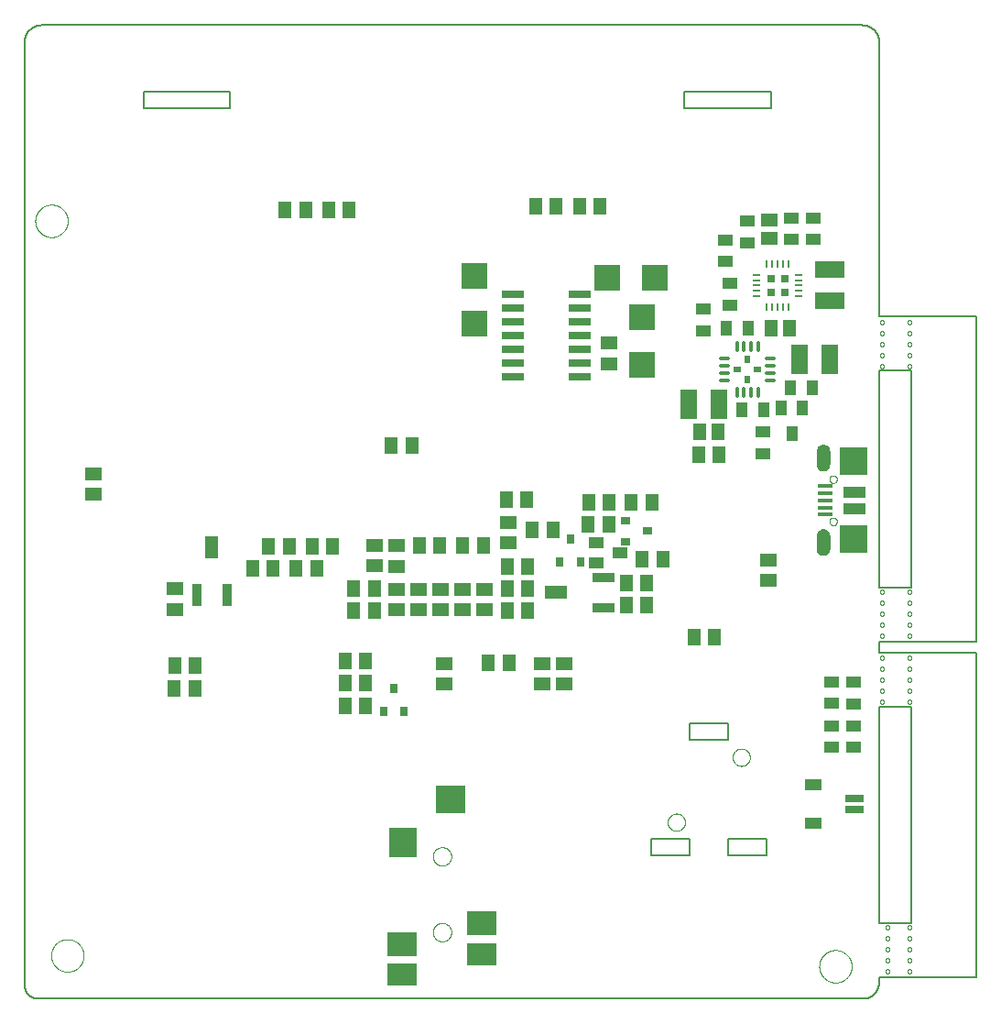
<source format=gbp>
G75*
%MOIN*%
%OFA0B0*%
%FSLAX25Y25*%
%IPPOS*%
%LPD*%
%AMOC8*
5,1,8,0,0,1.08239X$1,22.5*
%
%ADD10C,0.00000*%
%ADD11C,0.00600*%
%ADD12C,0.00800*%
%ADD13R,0.05118X0.06299*%
%ADD14R,0.06299X0.05118*%
%ADD15R,0.05118X0.05906*%
%ADD16R,0.05906X0.05118*%
%ADD17R,0.03543X0.07874*%
%ADD18R,0.05118X0.07874*%
%ADD19R,0.05512X0.03937*%
%ADD20R,0.03543X0.03150*%
%ADD21R,0.07874X0.03543*%
%ADD22R,0.07874X0.05118*%
%ADD23R,0.03150X0.03543*%
%ADD24R,0.08000X0.02600*%
%ADD25R,0.09449X0.09449*%
%ADD26C,0.01378*%
%ADD27R,0.02362X0.02756*%
%ADD28R,0.02756X0.02362*%
%ADD29R,0.06299X0.10630*%
%ADD30R,0.05512X0.04331*%
%ADD31R,0.04331X0.05512*%
%ADD32R,0.03937X0.05512*%
%ADD33R,0.10630X0.06299*%
%ADD34R,0.05315X0.01575*%
%ADD35R,0.07874X0.03937*%
%ADD36R,0.09843X0.09843*%
%ADD37C,0.00500*%
%ADD38R,0.02874X0.01102*%
%ADD39R,0.01102X0.02874*%
%ADD40R,0.02953X0.02953*%
%ADD41R,0.11024X0.07874*%
%ADD42R,0.10236X0.11024*%
%ADD43R,0.11024X0.08661*%
%ADD44R,0.11024X0.10236*%
%ADD45R,0.06500X0.02500*%
%ADD46R,0.06000X0.04000*%
D10*
X0022953Y0025022D02*
X0022955Y0025175D01*
X0022961Y0025329D01*
X0022971Y0025482D01*
X0022985Y0025634D01*
X0023003Y0025787D01*
X0023025Y0025938D01*
X0023050Y0026089D01*
X0023080Y0026240D01*
X0023114Y0026390D01*
X0023151Y0026538D01*
X0023192Y0026686D01*
X0023237Y0026832D01*
X0023286Y0026978D01*
X0023339Y0027122D01*
X0023395Y0027264D01*
X0023455Y0027405D01*
X0023519Y0027545D01*
X0023586Y0027683D01*
X0023657Y0027819D01*
X0023732Y0027953D01*
X0023809Y0028085D01*
X0023891Y0028215D01*
X0023975Y0028343D01*
X0024063Y0028469D01*
X0024154Y0028592D01*
X0024248Y0028713D01*
X0024346Y0028831D01*
X0024446Y0028947D01*
X0024550Y0029060D01*
X0024656Y0029171D01*
X0024765Y0029279D01*
X0024877Y0029384D01*
X0024991Y0029485D01*
X0025109Y0029584D01*
X0025228Y0029680D01*
X0025350Y0029773D01*
X0025475Y0029862D01*
X0025602Y0029949D01*
X0025731Y0030031D01*
X0025862Y0030111D01*
X0025995Y0030187D01*
X0026130Y0030260D01*
X0026267Y0030329D01*
X0026406Y0030394D01*
X0026546Y0030456D01*
X0026688Y0030514D01*
X0026831Y0030569D01*
X0026976Y0030620D01*
X0027122Y0030667D01*
X0027269Y0030710D01*
X0027417Y0030749D01*
X0027566Y0030785D01*
X0027716Y0030816D01*
X0027867Y0030844D01*
X0028018Y0030868D01*
X0028171Y0030888D01*
X0028323Y0030904D01*
X0028476Y0030916D01*
X0028629Y0030924D01*
X0028782Y0030928D01*
X0028936Y0030928D01*
X0029089Y0030924D01*
X0029242Y0030916D01*
X0029395Y0030904D01*
X0029547Y0030888D01*
X0029700Y0030868D01*
X0029851Y0030844D01*
X0030002Y0030816D01*
X0030152Y0030785D01*
X0030301Y0030749D01*
X0030449Y0030710D01*
X0030596Y0030667D01*
X0030742Y0030620D01*
X0030887Y0030569D01*
X0031030Y0030514D01*
X0031172Y0030456D01*
X0031312Y0030394D01*
X0031451Y0030329D01*
X0031588Y0030260D01*
X0031723Y0030187D01*
X0031856Y0030111D01*
X0031987Y0030031D01*
X0032116Y0029949D01*
X0032243Y0029862D01*
X0032368Y0029773D01*
X0032490Y0029680D01*
X0032609Y0029584D01*
X0032727Y0029485D01*
X0032841Y0029384D01*
X0032953Y0029279D01*
X0033062Y0029171D01*
X0033168Y0029060D01*
X0033272Y0028947D01*
X0033372Y0028831D01*
X0033470Y0028713D01*
X0033564Y0028592D01*
X0033655Y0028469D01*
X0033743Y0028343D01*
X0033827Y0028215D01*
X0033909Y0028085D01*
X0033986Y0027953D01*
X0034061Y0027819D01*
X0034132Y0027683D01*
X0034199Y0027545D01*
X0034263Y0027405D01*
X0034323Y0027264D01*
X0034379Y0027122D01*
X0034432Y0026978D01*
X0034481Y0026832D01*
X0034526Y0026686D01*
X0034567Y0026538D01*
X0034604Y0026390D01*
X0034638Y0026240D01*
X0034668Y0026089D01*
X0034693Y0025938D01*
X0034715Y0025787D01*
X0034733Y0025634D01*
X0034747Y0025482D01*
X0034757Y0025329D01*
X0034763Y0025175D01*
X0034765Y0025022D01*
X0034763Y0024869D01*
X0034757Y0024715D01*
X0034747Y0024562D01*
X0034733Y0024410D01*
X0034715Y0024257D01*
X0034693Y0024106D01*
X0034668Y0023955D01*
X0034638Y0023804D01*
X0034604Y0023654D01*
X0034567Y0023506D01*
X0034526Y0023358D01*
X0034481Y0023212D01*
X0034432Y0023066D01*
X0034379Y0022922D01*
X0034323Y0022780D01*
X0034263Y0022639D01*
X0034199Y0022499D01*
X0034132Y0022361D01*
X0034061Y0022225D01*
X0033986Y0022091D01*
X0033909Y0021959D01*
X0033827Y0021829D01*
X0033743Y0021701D01*
X0033655Y0021575D01*
X0033564Y0021452D01*
X0033470Y0021331D01*
X0033372Y0021213D01*
X0033272Y0021097D01*
X0033168Y0020984D01*
X0033062Y0020873D01*
X0032953Y0020765D01*
X0032841Y0020660D01*
X0032727Y0020559D01*
X0032609Y0020460D01*
X0032490Y0020364D01*
X0032368Y0020271D01*
X0032243Y0020182D01*
X0032116Y0020095D01*
X0031987Y0020013D01*
X0031856Y0019933D01*
X0031723Y0019857D01*
X0031588Y0019784D01*
X0031451Y0019715D01*
X0031312Y0019650D01*
X0031172Y0019588D01*
X0031030Y0019530D01*
X0030887Y0019475D01*
X0030742Y0019424D01*
X0030596Y0019377D01*
X0030449Y0019334D01*
X0030301Y0019295D01*
X0030152Y0019259D01*
X0030002Y0019228D01*
X0029851Y0019200D01*
X0029700Y0019176D01*
X0029547Y0019156D01*
X0029395Y0019140D01*
X0029242Y0019128D01*
X0029089Y0019120D01*
X0028936Y0019116D01*
X0028782Y0019116D01*
X0028629Y0019120D01*
X0028476Y0019128D01*
X0028323Y0019140D01*
X0028171Y0019156D01*
X0028018Y0019176D01*
X0027867Y0019200D01*
X0027716Y0019228D01*
X0027566Y0019259D01*
X0027417Y0019295D01*
X0027269Y0019334D01*
X0027122Y0019377D01*
X0026976Y0019424D01*
X0026831Y0019475D01*
X0026688Y0019530D01*
X0026546Y0019588D01*
X0026406Y0019650D01*
X0026267Y0019715D01*
X0026130Y0019784D01*
X0025995Y0019857D01*
X0025862Y0019933D01*
X0025731Y0020013D01*
X0025602Y0020095D01*
X0025475Y0020182D01*
X0025350Y0020271D01*
X0025228Y0020364D01*
X0025109Y0020460D01*
X0024991Y0020559D01*
X0024877Y0020660D01*
X0024765Y0020765D01*
X0024656Y0020873D01*
X0024550Y0020984D01*
X0024446Y0021097D01*
X0024346Y0021213D01*
X0024248Y0021331D01*
X0024154Y0021452D01*
X0024063Y0021575D01*
X0023975Y0021701D01*
X0023891Y0021829D01*
X0023809Y0021959D01*
X0023732Y0022091D01*
X0023657Y0022225D01*
X0023586Y0022361D01*
X0023519Y0022499D01*
X0023455Y0022639D01*
X0023395Y0022780D01*
X0023339Y0022922D01*
X0023286Y0023066D01*
X0023237Y0023212D01*
X0023192Y0023358D01*
X0023151Y0023506D01*
X0023114Y0023654D01*
X0023080Y0023804D01*
X0023050Y0023955D01*
X0023025Y0024106D01*
X0023003Y0024257D01*
X0022985Y0024410D01*
X0022971Y0024562D01*
X0022961Y0024715D01*
X0022955Y0024869D01*
X0022953Y0025022D01*
X0161891Y0033479D02*
X0161893Y0033594D01*
X0161899Y0033710D01*
X0161909Y0033825D01*
X0161923Y0033940D01*
X0161941Y0034054D01*
X0161963Y0034167D01*
X0161988Y0034280D01*
X0162018Y0034391D01*
X0162051Y0034502D01*
X0162088Y0034611D01*
X0162129Y0034719D01*
X0162174Y0034826D01*
X0162222Y0034931D01*
X0162274Y0035034D01*
X0162330Y0035135D01*
X0162389Y0035235D01*
X0162451Y0035332D01*
X0162517Y0035427D01*
X0162585Y0035520D01*
X0162657Y0035610D01*
X0162732Y0035698D01*
X0162811Y0035783D01*
X0162892Y0035865D01*
X0162975Y0035945D01*
X0163062Y0036021D01*
X0163151Y0036095D01*
X0163242Y0036165D01*
X0163336Y0036233D01*
X0163432Y0036297D01*
X0163531Y0036357D01*
X0163631Y0036414D01*
X0163733Y0036468D01*
X0163837Y0036518D01*
X0163943Y0036565D01*
X0164050Y0036608D01*
X0164159Y0036647D01*
X0164269Y0036682D01*
X0164380Y0036713D01*
X0164492Y0036741D01*
X0164605Y0036765D01*
X0164719Y0036785D01*
X0164834Y0036801D01*
X0164949Y0036813D01*
X0165064Y0036821D01*
X0165179Y0036825D01*
X0165295Y0036825D01*
X0165410Y0036821D01*
X0165525Y0036813D01*
X0165640Y0036801D01*
X0165755Y0036785D01*
X0165869Y0036765D01*
X0165982Y0036741D01*
X0166094Y0036713D01*
X0166205Y0036682D01*
X0166315Y0036647D01*
X0166424Y0036608D01*
X0166531Y0036565D01*
X0166637Y0036518D01*
X0166741Y0036468D01*
X0166843Y0036414D01*
X0166943Y0036357D01*
X0167042Y0036297D01*
X0167138Y0036233D01*
X0167232Y0036165D01*
X0167323Y0036095D01*
X0167412Y0036021D01*
X0167499Y0035945D01*
X0167582Y0035865D01*
X0167663Y0035783D01*
X0167742Y0035698D01*
X0167817Y0035610D01*
X0167889Y0035520D01*
X0167957Y0035427D01*
X0168023Y0035332D01*
X0168085Y0035235D01*
X0168144Y0035135D01*
X0168200Y0035034D01*
X0168252Y0034931D01*
X0168300Y0034826D01*
X0168345Y0034719D01*
X0168386Y0034611D01*
X0168423Y0034502D01*
X0168456Y0034391D01*
X0168486Y0034280D01*
X0168511Y0034167D01*
X0168533Y0034054D01*
X0168551Y0033940D01*
X0168565Y0033825D01*
X0168575Y0033710D01*
X0168581Y0033594D01*
X0168583Y0033479D01*
X0168581Y0033364D01*
X0168575Y0033248D01*
X0168565Y0033133D01*
X0168551Y0033018D01*
X0168533Y0032904D01*
X0168511Y0032791D01*
X0168486Y0032678D01*
X0168456Y0032567D01*
X0168423Y0032456D01*
X0168386Y0032347D01*
X0168345Y0032239D01*
X0168300Y0032132D01*
X0168252Y0032027D01*
X0168200Y0031924D01*
X0168144Y0031823D01*
X0168085Y0031723D01*
X0168023Y0031626D01*
X0167957Y0031531D01*
X0167889Y0031438D01*
X0167817Y0031348D01*
X0167742Y0031260D01*
X0167663Y0031175D01*
X0167582Y0031093D01*
X0167499Y0031013D01*
X0167412Y0030937D01*
X0167323Y0030863D01*
X0167232Y0030793D01*
X0167138Y0030725D01*
X0167042Y0030661D01*
X0166943Y0030601D01*
X0166843Y0030544D01*
X0166741Y0030490D01*
X0166637Y0030440D01*
X0166531Y0030393D01*
X0166424Y0030350D01*
X0166315Y0030311D01*
X0166205Y0030276D01*
X0166094Y0030245D01*
X0165982Y0030217D01*
X0165869Y0030193D01*
X0165755Y0030173D01*
X0165640Y0030157D01*
X0165525Y0030145D01*
X0165410Y0030137D01*
X0165295Y0030133D01*
X0165179Y0030133D01*
X0165064Y0030137D01*
X0164949Y0030145D01*
X0164834Y0030157D01*
X0164719Y0030173D01*
X0164605Y0030193D01*
X0164492Y0030217D01*
X0164380Y0030245D01*
X0164269Y0030276D01*
X0164159Y0030311D01*
X0164050Y0030350D01*
X0163943Y0030393D01*
X0163837Y0030440D01*
X0163733Y0030490D01*
X0163631Y0030544D01*
X0163531Y0030601D01*
X0163432Y0030661D01*
X0163336Y0030725D01*
X0163242Y0030793D01*
X0163151Y0030863D01*
X0163062Y0030937D01*
X0162975Y0031013D01*
X0162892Y0031093D01*
X0162811Y0031175D01*
X0162732Y0031260D01*
X0162657Y0031348D01*
X0162585Y0031438D01*
X0162517Y0031531D01*
X0162451Y0031626D01*
X0162389Y0031723D01*
X0162330Y0031823D01*
X0162274Y0031924D01*
X0162222Y0032027D01*
X0162174Y0032132D01*
X0162129Y0032239D01*
X0162088Y0032347D01*
X0162051Y0032456D01*
X0162018Y0032567D01*
X0161988Y0032678D01*
X0161963Y0032791D01*
X0161941Y0032904D01*
X0161923Y0033018D01*
X0161909Y0033133D01*
X0161899Y0033248D01*
X0161893Y0033364D01*
X0161891Y0033479D01*
X0161891Y0061038D02*
X0161893Y0061153D01*
X0161899Y0061269D01*
X0161909Y0061384D01*
X0161923Y0061499D01*
X0161941Y0061613D01*
X0161963Y0061726D01*
X0161988Y0061839D01*
X0162018Y0061950D01*
X0162051Y0062061D01*
X0162088Y0062170D01*
X0162129Y0062278D01*
X0162174Y0062385D01*
X0162222Y0062490D01*
X0162274Y0062593D01*
X0162330Y0062694D01*
X0162389Y0062794D01*
X0162451Y0062891D01*
X0162517Y0062986D01*
X0162585Y0063079D01*
X0162657Y0063169D01*
X0162732Y0063257D01*
X0162811Y0063342D01*
X0162892Y0063424D01*
X0162975Y0063504D01*
X0163062Y0063580D01*
X0163151Y0063654D01*
X0163242Y0063724D01*
X0163336Y0063792D01*
X0163432Y0063856D01*
X0163531Y0063916D01*
X0163631Y0063973D01*
X0163733Y0064027D01*
X0163837Y0064077D01*
X0163943Y0064124D01*
X0164050Y0064167D01*
X0164159Y0064206D01*
X0164269Y0064241D01*
X0164380Y0064272D01*
X0164492Y0064300D01*
X0164605Y0064324D01*
X0164719Y0064344D01*
X0164834Y0064360D01*
X0164949Y0064372D01*
X0165064Y0064380D01*
X0165179Y0064384D01*
X0165295Y0064384D01*
X0165410Y0064380D01*
X0165525Y0064372D01*
X0165640Y0064360D01*
X0165755Y0064344D01*
X0165869Y0064324D01*
X0165982Y0064300D01*
X0166094Y0064272D01*
X0166205Y0064241D01*
X0166315Y0064206D01*
X0166424Y0064167D01*
X0166531Y0064124D01*
X0166637Y0064077D01*
X0166741Y0064027D01*
X0166843Y0063973D01*
X0166943Y0063916D01*
X0167042Y0063856D01*
X0167138Y0063792D01*
X0167232Y0063724D01*
X0167323Y0063654D01*
X0167412Y0063580D01*
X0167499Y0063504D01*
X0167582Y0063424D01*
X0167663Y0063342D01*
X0167742Y0063257D01*
X0167817Y0063169D01*
X0167889Y0063079D01*
X0167957Y0062986D01*
X0168023Y0062891D01*
X0168085Y0062794D01*
X0168144Y0062694D01*
X0168200Y0062593D01*
X0168252Y0062490D01*
X0168300Y0062385D01*
X0168345Y0062278D01*
X0168386Y0062170D01*
X0168423Y0062061D01*
X0168456Y0061950D01*
X0168486Y0061839D01*
X0168511Y0061726D01*
X0168533Y0061613D01*
X0168551Y0061499D01*
X0168565Y0061384D01*
X0168575Y0061269D01*
X0168581Y0061153D01*
X0168583Y0061038D01*
X0168581Y0060923D01*
X0168575Y0060807D01*
X0168565Y0060692D01*
X0168551Y0060577D01*
X0168533Y0060463D01*
X0168511Y0060350D01*
X0168486Y0060237D01*
X0168456Y0060126D01*
X0168423Y0060015D01*
X0168386Y0059906D01*
X0168345Y0059798D01*
X0168300Y0059691D01*
X0168252Y0059586D01*
X0168200Y0059483D01*
X0168144Y0059382D01*
X0168085Y0059282D01*
X0168023Y0059185D01*
X0167957Y0059090D01*
X0167889Y0058997D01*
X0167817Y0058907D01*
X0167742Y0058819D01*
X0167663Y0058734D01*
X0167582Y0058652D01*
X0167499Y0058572D01*
X0167412Y0058496D01*
X0167323Y0058422D01*
X0167232Y0058352D01*
X0167138Y0058284D01*
X0167042Y0058220D01*
X0166943Y0058160D01*
X0166843Y0058103D01*
X0166741Y0058049D01*
X0166637Y0057999D01*
X0166531Y0057952D01*
X0166424Y0057909D01*
X0166315Y0057870D01*
X0166205Y0057835D01*
X0166094Y0057804D01*
X0165982Y0057776D01*
X0165869Y0057752D01*
X0165755Y0057732D01*
X0165640Y0057716D01*
X0165525Y0057704D01*
X0165410Y0057696D01*
X0165295Y0057692D01*
X0165179Y0057692D01*
X0165064Y0057696D01*
X0164949Y0057704D01*
X0164834Y0057716D01*
X0164719Y0057732D01*
X0164605Y0057752D01*
X0164492Y0057776D01*
X0164380Y0057804D01*
X0164269Y0057835D01*
X0164159Y0057870D01*
X0164050Y0057909D01*
X0163943Y0057952D01*
X0163837Y0057999D01*
X0163733Y0058049D01*
X0163631Y0058103D01*
X0163531Y0058160D01*
X0163432Y0058220D01*
X0163336Y0058284D01*
X0163242Y0058352D01*
X0163151Y0058422D01*
X0163062Y0058496D01*
X0162975Y0058572D01*
X0162892Y0058652D01*
X0162811Y0058734D01*
X0162732Y0058819D01*
X0162657Y0058907D01*
X0162585Y0058997D01*
X0162517Y0059090D01*
X0162451Y0059185D01*
X0162389Y0059282D01*
X0162330Y0059382D01*
X0162274Y0059483D01*
X0162222Y0059586D01*
X0162174Y0059691D01*
X0162129Y0059798D01*
X0162088Y0059906D01*
X0162051Y0060015D01*
X0162018Y0060126D01*
X0161988Y0060237D01*
X0161963Y0060350D01*
X0161941Y0060463D01*
X0161923Y0060577D01*
X0161909Y0060692D01*
X0161899Y0060807D01*
X0161893Y0060923D01*
X0161891Y0061038D01*
X0247339Y0073463D02*
X0247341Y0073575D01*
X0247347Y0073686D01*
X0247357Y0073798D01*
X0247371Y0073909D01*
X0247388Y0074019D01*
X0247410Y0074129D01*
X0247436Y0074238D01*
X0247465Y0074346D01*
X0247498Y0074452D01*
X0247535Y0074558D01*
X0247576Y0074662D01*
X0247621Y0074765D01*
X0247669Y0074866D01*
X0247720Y0074965D01*
X0247775Y0075062D01*
X0247834Y0075157D01*
X0247895Y0075251D01*
X0247960Y0075342D01*
X0248029Y0075430D01*
X0248100Y0075516D01*
X0248174Y0075600D01*
X0248252Y0075680D01*
X0248332Y0075758D01*
X0248415Y0075834D01*
X0248500Y0075906D01*
X0248588Y0075975D01*
X0248678Y0076041D01*
X0248771Y0076103D01*
X0248866Y0076163D01*
X0248963Y0076219D01*
X0249061Y0076271D01*
X0249162Y0076320D01*
X0249264Y0076365D01*
X0249368Y0076407D01*
X0249473Y0076445D01*
X0249580Y0076479D01*
X0249687Y0076509D01*
X0249796Y0076536D01*
X0249905Y0076558D01*
X0250016Y0076577D01*
X0250126Y0076592D01*
X0250238Y0076603D01*
X0250349Y0076610D01*
X0250461Y0076613D01*
X0250573Y0076612D01*
X0250685Y0076607D01*
X0250796Y0076598D01*
X0250907Y0076585D01*
X0251018Y0076568D01*
X0251128Y0076548D01*
X0251237Y0076523D01*
X0251345Y0076495D01*
X0251452Y0076462D01*
X0251558Y0076426D01*
X0251662Y0076386D01*
X0251765Y0076343D01*
X0251867Y0076296D01*
X0251966Y0076245D01*
X0252064Y0076191D01*
X0252160Y0076133D01*
X0252254Y0076072D01*
X0252345Y0076008D01*
X0252434Y0075941D01*
X0252521Y0075870D01*
X0252605Y0075796D01*
X0252687Y0075720D01*
X0252765Y0075640D01*
X0252841Y0075558D01*
X0252914Y0075473D01*
X0252984Y0075386D01*
X0253050Y0075296D01*
X0253114Y0075204D01*
X0253174Y0075110D01*
X0253231Y0075014D01*
X0253284Y0074915D01*
X0253334Y0074815D01*
X0253380Y0074714D01*
X0253423Y0074610D01*
X0253462Y0074505D01*
X0253497Y0074399D01*
X0253528Y0074292D01*
X0253556Y0074183D01*
X0253579Y0074074D01*
X0253599Y0073964D01*
X0253615Y0073853D01*
X0253627Y0073742D01*
X0253635Y0073631D01*
X0253639Y0073519D01*
X0253639Y0073407D01*
X0253635Y0073295D01*
X0253627Y0073184D01*
X0253615Y0073073D01*
X0253599Y0072962D01*
X0253579Y0072852D01*
X0253556Y0072743D01*
X0253528Y0072634D01*
X0253497Y0072527D01*
X0253462Y0072421D01*
X0253423Y0072316D01*
X0253380Y0072212D01*
X0253334Y0072111D01*
X0253284Y0072011D01*
X0253231Y0071912D01*
X0253174Y0071816D01*
X0253114Y0071722D01*
X0253050Y0071630D01*
X0252984Y0071540D01*
X0252914Y0071453D01*
X0252841Y0071368D01*
X0252765Y0071286D01*
X0252687Y0071206D01*
X0252605Y0071130D01*
X0252521Y0071056D01*
X0252434Y0070985D01*
X0252345Y0070918D01*
X0252254Y0070854D01*
X0252160Y0070793D01*
X0252064Y0070735D01*
X0251966Y0070681D01*
X0251867Y0070630D01*
X0251765Y0070583D01*
X0251662Y0070540D01*
X0251558Y0070500D01*
X0251452Y0070464D01*
X0251345Y0070431D01*
X0251237Y0070403D01*
X0251128Y0070378D01*
X0251018Y0070358D01*
X0250907Y0070341D01*
X0250796Y0070328D01*
X0250685Y0070319D01*
X0250573Y0070314D01*
X0250461Y0070313D01*
X0250349Y0070316D01*
X0250238Y0070323D01*
X0250126Y0070334D01*
X0250016Y0070349D01*
X0249905Y0070368D01*
X0249796Y0070390D01*
X0249687Y0070417D01*
X0249580Y0070447D01*
X0249473Y0070481D01*
X0249368Y0070519D01*
X0249264Y0070561D01*
X0249162Y0070606D01*
X0249061Y0070655D01*
X0248963Y0070707D01*
X0248866Y0070763D01*
X0248771Y0070823D01*
X0248678Y0070885D01*
X0248588Y0070951D01*
X0248500Y0071020D01*
X0248415Y0071092D01*
X0248332Y0071168D01*
X0248252Y0071246D01*
X0248174Y0071326D01*
X0248100Y0071410D01*
X0248029Y0071496D01*
X0247960Y0071584D01*
X0247895Y0071675D01*
X0247834Y0071769D01*
X0247775Y0071864D01*
X0247720Y0071961D01*
X0247669Y0072060D01*
X0247621Y0072161D01*
X0247576Y0072264D01*
X0247535Y0072368D01*
X0247498Y0072474D01*
X0247465Y0072580D01*
X0247436Y0072688D01*
X0247410Y0072797D01*
X0247388Y0072907D01*
X0247371Y0073017D01*
X0247357Y0073128D01*
X0247347Y0073240D01*
X0247341Y0073351D01*
X0247339Y0073463D01*
X0270961Y0097085D02*
X0270963Y0097197D01*
X0270969Y0097308D01*
X0270979Y0097420D01*
X0270993Y0097531D01*
X0271010Y0097641D01*
X0271032Y0097751D01*
X0271058Y0097860D01*
X0271087Y0097968D01*
X0271120Y0098074D01*
X0271157Y0098180D01*
X0271198Y0098284D01*
X0271243Y0098387D01*
X0271291Y0098488D01*
X0271342Y0098587D01*
X0271397Y0098684D01*
X0271456Y0098779D01*
X0271517Y0098873D01*
X0271582Y0098964D01*
X0271651Y0099052D01*
X0271722Y0099138D01*
X0271796Y0099222D01*
X0271874Y0099302D01*
X0271954Y0099380D01*
X0272037Y0099456D01*
X0272122Y0099528D01*
X0272210Y0099597D01*
X0272300Y0099663D01*
X0272393Y0099725D01*
X0272488Y0099785D01*
X0272585Y0099841D01*
X0272683Y0099893D01*
X0272784Y0099942D01*
X0272886Y0099987D01*
X0272990Y0100029D01*
X0273095Y0100067D01*
X0273202Y0100101D01*
X0273309Y0100131D01*
X0273418Y0100158D01*
X0273527Y0100180D01*
X0273638Y0100199D01*
X0273748Y0100214D01*
X0273860Y0100225D01*
X0273971Y0100232D01*
X0274083Y0100235D01*
X0274195Y0100234D01*
X0274307Y0100229D01*
X0274418Y0100220D01*
X0274529Y0100207D01*
X0274640Y0100190D01*
X0274750Y0100170D01*
X0274859Y0100145D01*
X0274967Y0100117D01*
X0275074Y0100084D01*
X0275180Y0100048D01*
X0275284Y0100008D01*
X0275387Y0099965D01*
X0275489Y0099918D01*
X0275588Y0099867D01*
X0275686Y0099813D01*
X0275782Y0099755D01*
X0275876Y0099694D01*
X0275967Y0099630D01*
X0276056Y0099563D01*
X0276143Y0099492D01*
X0276227Y0099418D01*
X0276309Y0099342D01*
X0276387Y0099262D01*
X0276463Y0099180D01*
X0276536Y0099095D01*
X0276606Y0099008D01*
X0276672Y0098918D01*
X0276736Y0098826D01*
X0276796Y0098732D01*
X0276853Y0098636D01*
X0276906Y0098537D01*
X0276956Y0098437D01*
X0277002Y0098336D01*
X0277045Y0098232D01*
X0277084Y0098127D01*
X0277119Y0098021D01*
X0277150Y0097914D01*
X0277178Y0097805D01*
X0277201Y0097696D01*
X0277221Y0097586D01*
X0277237Y0097475D01*
X0277249Y0097364D01*
X0277257Y0097253D01*
X0277261Y0097141D01*
X0277261Y0097029D01*
X0277257Y0096917D01*
X0277249Y0096806D01*
X0277237Y0096695D01*
X0277221Y0096584D01*
X0277201Y0096474D01*
X0277178Y0096365D01*
X0277150Y0096256D01*
X0277119Y0096149D01*
X0277084Y0096043D01*
X0277045Y0095938D01*
X0277002Y0095834D01*
X0276956Y0095733D01*
X0276906Y0095633D01*
X0276853Y0095534D01*
X0276796Y0095438D01*
X0276736Y0095344D01*
X0276672Y0095252D01*
X0276606Y0095162D01*
X0276536Y0095075D01*
X0276463Y0094990D01*
X0276387Y0094908D01*
X0276309Y0094828D01*
X0276227Y0094752D01*
X0276143Y0094678D01*
X0276056Y0094607D01*
X0275967Y0094540D01*
X0275876Y0094476D01*
X0275782Y0094415D01*
X0275686Y0094357D01*
X0275588Y0094303D01*
X0275489Y0094252D01*
X0275387Y0094205D01*
X0275284Y0094162D01*
X0275180Y0094122D01*
X0275074Y0094086D01*
X0274967Y0094053D01*
X0274859Y0094025D01*
X0274750Y0094000D01*
X0274640Y0093980D01*
X0274529Y0093963D01*
X0274418Y0093950D01*
X0274307Y0093941D01*
X0274195Y0093936D01*
X0274083Y0093935D01*
X0273971Y0093938D01*
X0273860Y0093945D01*
X0273748Y0093956D01*
X0273638Y0093971D01*
X0273527Y0093990D01*
X0273418Y0094012D01*
X0273309Y0094039D01*
X0273202Y0094069D01*
X0273095Y0094103D01*
X0272990Y0094141D01*
X0272886Y0094183D01*
X0272784Y0094228D01*
X0272683Y0094277D01*
X0272585Y0094329D01*
X0272488Y0094385D01*
X0272393Y0094445D01*
X0272300Y0094507D01*
X0272210Y0094573D01*
X0272122Y0094642D01*
X0272037Y0094714D01*
X0271954Y0094790D01*
X0271874Y0094868D01*
X0271796Y0094948D01*
X0271722Y0095032D01*
X0271651Y0095118D01*
X0271582Y0095206D01*
X0271517Y0095297D01*
X0271456Y0095391D01*
X0271397Y0095486D01*
X0271342Y0095583D01*
X0271291Y0095682D01*
X0271243Y0095783D01*
X0271198Y0095886D01*
X0271157Y0095990D01*
X0271120Y0096096D01*
X0271087Y0096202D01*
X0271058Y0096310D01*
X0271032Y0096419D01*
X0271010Y0096529D01*
X0270993Y0096639D01*
X0270979Y0096750D01*
X0270969Y0096862D01*
X0270963Y0096973D01*
X0270961Y0097085D01*
X0324513Y0117274D02*
X0324515Y0117330D01*
X0324521Y0117385D01*
X0324531Y0117439D01*
X0324544Y0117493D01*
X0324562Y0117546D01*
X0324583Y0117597D01*
X0324607Y0117647D01*
X0324635Y0117695D01*
X0324667Y0117741D01*
X0324701Y0117785D01*
X0324739Y0117826D01*
X0324779Y0117864D01*
X0324822Y0117899D01*
X0324867Y0117931D01*
X0324915Y0117960D01*
X0324964Y0117986D01*
X0325015Y0118008D01*
X0325067Y0118026D01*
X0325121Y0118040D01*
X0325176Y0118051D01*
X0325231Y0118058D01*
X0325286Y0118061D01*
X0325342Y0118060D01*
X0325397Y0118055D01*
X0325452Y0118046D01*
X0325506Y0118034D01*
X0325559Y0118017D01*
X0325611Y0117997D01*
X0325661Y0117973D01*
X0325709Y0117946D01*
X0325756Y0117916D01*
X0325800Y0117882D01*
X0325842Y0117845D01*
X0325880Y0117805D01*
X0325917Y0117763D01*
X0325950Y0117718D01*
X0325979Y0117672D01*
X0326006Y0117623D01*
X0326028Y0117572D01*
X0326048Y0117520D01*
X0326063Y0117466D01*
X0326075Y0117412D01*
X0326083Y0117357D01*
X0326087Y0117302D01*
X0326087Y0117246D01*
X0326083Y0117191D01*
X0326075Y0117136D01*
X0326063Y0117082D01*
X0326048Y0117028D01*
X0326028Y0116976D01*
X0326006Y0116925D01*
X0325979Y0116876D01*
X0325950Y0116830D01*
X0325917Y0116785D01*
X0325880Y0116743D01*
X0325842Y0116703D01*
X0325800Y0116666D01*
X0325756Y0116632D01*
X0325709Y0116602D01*
X0325661Y0116575D01*
X0325611Y0116551D01*
X0325559Y0116531D01*
X0325506Y0116514D01*
X0325452Y0116502D01*
X0325397Y0116493D01*
X0325342Y0116488D01*
X0325286Y0116487D01*
X0325231Y0116490D01*
X0325176Y0116497D01*
X0325121Y0116508D01*
X0325067Y0116522D01*
X0325015Y0116540D01*
X0324964Y0116562D01*
X0324915Y0116588D01*
X0324867Y0116617D01*
X0324822Y0116649D01*
X0324779Y0116684D01*
X0324739Y0116722D01*
X0324701Y0116763D01*
X0324667Y0116807D01*
X0324635Y0116853D01*
X0324607Y0116901D01*
X0324583Y0116951D01*
X0324562Y0117002D01*
X0324544Y0117055D01*
X0324531Y0117109D01*
X0324521Y0117163D01*
X0324515Y0117218D01*
X0324513Y0117274D01*
X0324513Y0121274D02*
X0324515Y0121330D01*
X0324521Y0121385D01*
X0324531Y0121439D01*
X0324544Y0121493D01*
X0324562Y0121546D01*
X0324583Y0121597D01*
X0324607Y0121647D01*
X0324635Y0121695D01*
X0324667Y0121741D01*
X0324701Y0121785D01*
X0324739Y0121826D01*
X0324779Y0121864D01*
X0324822Y0121899D01*
X0324867Y0121931D01*
X0324915Y0121960D01*
X0324964Y0121986D01*
X0325015Y0122008D01*
X0325067Y0122026D01*
X0325121Y0122040D01*
X0325176Y0122051D01*
X0325231Y0122058D01*
X0325286Y0122061D01*
X0325342Y0122060D01*
X0325397Y0122055D01*
X0325452Y0122046D01*
X0325506Y0122034D01*
X0325559Y0122017D01*
X0325611Y0121997D01*
X0325661Y0121973D01*
X0325709Y0121946D01*
X0325756Y0121916D01*
X0325800Y0121882D01*
X0325842Y0121845D01*
X0325880Y0121805D01*
X0325917Y0121763D01*
X0325950Y0121718D01*
X0325979Y0121672D01*
X0326006Y0121623D01*
X0326028Y0121572D01*
X0326048Y0121520D01*
X0326063Y0121466D01*
X0326075Y0121412D01*
X0326083Y0121357D01*
X0326087Y0121302D01*
X0326087Y0121246D01*
X0326083Y0121191D01*
X0326075Y0121136D01*
X0326063Y0121082D01*
X0326048Y0121028D01*
X0326028Y0120976D01*
X0326006Y0120925D01*
X0325979Y0120876D01*
X0325950Y0120830D01*
X0325917Y0120785D01*
X0325880Y0120743D01*
X0325842Y0120703D01*
X0325800Y0120666D01*
X0325756Y0120632D01*
X0325709Y0120602D01*
X0325661Y0120575D01*
X0325611Y0120551D01*
X0325559Y0120531D01*
X0325506Y0120514D01*
X0325452Y0120502D01*
X0325397Y0120493D01*
X0325342Y0120488D01*
X0325286Y0120487D01*
X0325231Y0120490D01*
X0325176Y0120497D01*
X0325121Y0120508D01*
X0325067Y0120522D01*
X0325015Y0120540D01*
X0324964Y0120562D01*
X0324915Y0120588D01*
X0324867Y0120617D01*
X0324822Y0120649D01*
X0324779Y0120684D01*
X0324739Y0120722D01*
X0324701Y0120763D01*
X0324667Y0120807D01*
X0324635Y0120853D01*
X0324607Y0120901D01*
X0324583Y0120951D01*
X0324562Y0121002D01*
X0324544Y0121055D01*
X0324531Y0121109D01*
X0324521Y0121163D01*
X0324515Y0121218D01*
X0324513Y0121274D01*
X0324513Y0125274D02*
X0324515Y0125330D01*
X0324521Y0125385D01*
X0324531Y0125439D01*
X0324544Y0125493D01*
X0324562Y0125546D01*
X0324583Y0125597D01*
X0324607Y0125647D01*
X0324635Y0125695D01*
X0324667Y0125741D01*
X0324701Y0125785D01*
X0324739Y0125826D01*
X0324779Y0125864D01*
X0324822Y0125899D01*
X0324867Y0125931D01*
X0324915Y0125960D01*
X0324964Y0125986D01*
X0325015Y0126008D01*
X0325067Y0126026D01*
X0325121Y0126040D01*
X0325176Y0126051D01*
X0325231Y0126058D01*
X0325286Y0126061D01*
X0325342Y0126060D01*
X0325397Y0126055D01*
X0325452Y0126046D01*
X0325506Y0126034D01*
X0325559Y0126017D01*
X0325611Y0125997D01*
X0325661Y0125973D01*
X0325709Y0125946D01*
X0325756Y0125916D01*
X0325800Y0125882D01*
X0325842Y0125845D01*
X0325880Y0125805D01*
X0325917Y0125763D01*
X0325950Y0125718D01*
X0325979Y0125672D01*
X0326006Y0125623D01*
X0326028Y0125572D01*
X0326048Y0125520D01*
X0326063Y0125466D01*
X0326075Y0125412D01*
X0326083Y0125357D01*
X0326087Y0125302D01*
X0326087Y0125246D01*
X0326083Y0125191D01*
X0326075Y0125136D01*
X0326063Y0125082D01*
X0326048Y0125028D01*
X0326028Y0124976D01*
X0326006Y0124925D01*
X0325979Y0124876D01*
X0325950Y0124830D01*
X0325917Y0124785D01*
X0325880Y0124743D01*
X0325842Y0124703D01*
X0325800Y0124666D01*
X0325756Y0124632D01*
X0325709Y0124602D01*
X0325661Y0124575D01*
X0325611Y0124551D01*
X0325559Y0124531D01*
X0325506Y0124514D01*
X0325452Y0124502D01*
X0325397Y0124493D01*
X0325342Y0124488D01*
X0325286Y0124487D01*
X0325231Y0124490D01*
X0325176Y0124497D01*
X0325121Y0124508D01*
X0325067Y0124522D01*
X0325015Y0124540D01*
X0324964Y0124562D01*
X0324915Y0124588D01*
X0324867Y0124617D01*
X0324822Y0124649D01*
X0324779Y0124684D01*
X0324739Y0124722D01*
X0324701Y0124763D01*
X0324667Y0124807D01*
X0324635Y0124853D01*
X0324607Y0124901D01*
X0324583Y0124951D01*
X0324562Y0125002D01*
X0324544Y0125055D01*
X0324531Y0125109D01*
X0324521Y0125163D01*
X0324515Y0125218D01*
X0324513Y0125274D01*
X0324513Y0129274D02*
X0324515Y0129330D01*
X0324521Y0129385D01*
X0324531Y0129439D01*
X0324544Y0129493D01*
X0324562Y0129546D01*
X0324583Y0129597D01*
X0324607Y0129647D01*
X0324635Y0129695D01*
X0324667Y0129741D01*
X0324701Y0129785D01*
X0324739Y0129826D01*
X0324779Y0129864D01*
X0324822Y0129899D01*
X0324867Y0129931D01*
X0324915Y0129960D01*
X0324964Y0129986D01*
X0325015Y0130008D01*
X0325067Y0130026D01*
X0325121Y0130040D01*
X0325176Y0130051D01*
X0325231Y0130058D01*
X0325286Y0130061D01*
X0325342Y0130060D01*
X0325397Y0130055D01*
X0325452Y0130046D01*
X0325506Y0130034D01*
X0325559Y0130017D01*
X0325611Y0129997D01*
X0325661Y0129973D01*
X0325709Y0129946D01*
X0325756Y0129916D01*
X0325800Y0129882D01*
X0325842Y0129845D01*
X0325880Y0129805D01*
X0325917Y0129763D01*
X0325950Y0129718D01*
X0325979Y0129672D01*
X0326006Y0129623D01*
X0326028Y0129572D01*
X0326048Y0129520D01*
X0326063Y0129466D01*
X0326075Y0129412D01*
X0326083Y0129357D01*
X0326087Y0129302D01*
X0326087Y0129246D01*
X0326083Y0129191D01*
X0326075Y0129136D01*
X0326063Y0129082D01*
X0326048Y0129028D01*
X0326028Y0128976D01*
X0326006Y0128925D01*
X0325979Y0128876D01*
X0325950Y0128830D01*
X0325917Y0128785D01*
X0325880Y0128743D01*
X0325842Y0128703D01*
X0325800Y0128666D01*
X0325756Y0128632D01*
X0325709Y0128602D01*
X0325661Y0128575D01*
X0325611Y0128551D01*
X0325559Y0128531D01*
X0325506Y0128514D01*
X0325452Y0128502D01*
X0325397Y0128493D01*
X0325342Y0128488D01*
X0325286Y0128487D01*
X0325231Y0128490D01*
X0325176Y0128497D01*
X0325121Y0128508D01*
X0325067Y0128522D01*
X0325015Y0128540D01*
X0324964Y0128562D01*
X0324915Y0128588D01*
X0324867Y0128617D01*
X0324822Y0128649D01*
X0324779Y0128684D01*
X0324739Y0128722D01*
X0324701Y0128763D01*
X0324667Y0128807D01*
X0324635Y0128853D01*
X0324607Y0128901D01*
X0324583Y0128951D01*
X0324562Y0129002D01*
X0324544Y0129055D01*
X0324531Y0129109D01*
X0324521Y0129163D01*
X0324515Y0129218D01*
X0324513Y0129274D01*
X0324513Y0133274D02*
X0324515Y0133330D01*
X0324521Y0133385D01*
X0324531Y0133439D01*
X0324544Y0133493D01*
X0324562Y0133546D01*
X0324583Y0133597D01*
X0324607Y0133647D01*
X0324635Y0133695D01*
X0324667Y0133741D01*
X0324701Y0133785D01*
X0324739Y0133826D01*
X0324779Y0133864D01*
X0324822Y0133899D01*
X0324867Y0133931D01*
X0324915Y0133960D01*
X0324964Y0133986D01*
X0325015Y0134008D01*
X0325067Y0134026D01*
X0325121Y0134040D01*
X0325176Y0134051D01*
X0325231Y0134058D01*
X0325286Y0134061D01*
X0325342Y0134060D01*
X0325397Y0134055D01*
X0325452Y0134046D01*
X0325506Y0134034D01*
X0325559Y0134017D01*
X0325611Y0133997D01*
X0325661Y0133973D01*
X0325709Y0133946D01*
X0325756Y0133916D01*
X0325800Y0133882D01*
X0325842Y0133845D01*
X0325880Y0133805D01*
X0325917Y0133763D01*
X0325950Y0133718D01*
X0325979Y0133672D01*
X0326006Y0133623D01*
X0326028Y0133572D01*
X0326048Y0133520D01*
X0326063Y0133466D01*
X0326075Y0133412D01*
X0326083Y0133357D01*
X0326087Y0133302D01*
X0326087Y0133246D01*
X0326083Y0133191D01*
X0326075Y0133136D01*
X0326063Y0133082D01*
X0326048Y0133028D01*
X0326028Y0132976D01*
X0326006Y0132925D01*
X0325979Y0132876D01*
X0325950Y0132830D01*
X0325917Y0132785D01*
X0325880Y0132743D01*
X0325842Y0132703D01*
X0325800Y0132666D01*
X0325756Y0132632D01*
X0325709Y0132602D01*
X0325661Y0132575D01*
X0325611Y0132551D01*
X0325559Y0132531D01*
X0325506Y0132514D01*
X0325452Y0132502D01*
X0325397Y0132493D01*
X0325342Y0132488D01*
X0325286Y0132487D01*
X0325231Y0132490D01*
X0325176Y0132497D01*
X0325121Y0132508D01*
X0325067Y0132522D01*
X0325015Y0132540D01*
X0324964Y0132562D01*
X0324915Y0132588D01*
X0324867Y0132617D01*
X0324822Y0132649D01*
X0324779Y0132684D01*
X0324739Y0132722D01*
X0324701Y0132763D01*
X0324667Y0132807D01*
X0324635Y0132853D01*
X0324607Y0132901D01*
X0324583Y0132951D01*
X0324562Y0133002D01*
X0324544Y0133055D01*
X0324531Y0133109D01*
X0324521Y0133163D01*
X0324515Y0133218D01*
X0324513Y0133274D01*
X0324513Y0141274D02*
X0324515Y0141330D01*
X0324521Y0141385D01*
X0324531Y0141439D01*
X0324544Y0141493D01*
X0324562Y0141546D01*
X0324583Y0141597D01*
X0324607Y0141647D01*
X0324635Y0141695D01*
X0324667Y0141741D01*
X0324701Y0141785D01*
X0324739Y0141826D01*
X0324779Y0141864D01*
X0324822Y0141899D01*
X0324867Y0141931D01*
X0324915Y0141960D01*
X0324964Y0141986D01*
X0325015Y0142008D01*
X0325067Y0142026D01*
X0325121Y0142040D01*
X0325176Y0142051D01*
X0325231Y0142058D01*
X0325286Y0142061D01*
X0325342Y0142060D01*
X0325397Y0142055D01*
X0325452Y0142046D01*
X0325506Y0142034D01*
X0325559Y0142017D01*
X0325611Y0141997D01*
X0325661Y0141973D01*
X0325709Y0141946D01*
X0325756Y0141916D01*
X0325800Y0141882D01*
X0325842Y0141845D01*
X0325880Y0141805D01*
X0325917Y0141763D01*
X0325950Y0141718D01*
X0325979Y0141672D01*
X0326006Y0141623D01*
X0326028Y0141572D01*
X0326048Y0141520D01*
X0326063Y0141466D01*
X0326075Y0141412D01*
X0326083Y0141357D01*
X0326087Y0141302D01*
X0326087Y0141246D01*
X0326083Y0141191D01*
X0326075Y0141136D01*
X0326063Y0141082D01*
X0326048Y0141028D01*
X0326028Y0140976D01*
X0326006Y0140925D01*
X0325979Y0140876D01*
X0325950Y0140830D01*
X0325917Y0140785D01*
X0325880Y0140743D01*
X0325842Y0140703D01*
X0325800Y0140666D01*
X0325756Y0140632D01*
X0325709Y0140602D01*
X0325661Y0140575D01*
X0325611Y0140551D01*
X0325559Y0140531D01*
X0325506Y0140514D01*
X0325452Y0140502D01*
X0325397Y0140493D01*
X0325342Y0140488D01*
X0325286Y0140487D01*
X0325231Y0140490D01*
X0325176Y0140497D01*
X0325121Y0140508D01*
X0325067Y0140522D01*
X0325015Y0140540D01*
X0324964Y0140562D01*
X0324915Y0140588D01*
X0324867Y0140617D01*
X0324822Y0140649D01*
X0324779Y0140684D01*
X0324739Y0140722D01*
X0324701Y0140763D01*
X0324667Y0140807D01*
X0324635Y0140853D01*
X0324607Y0140901D01*
X0324583Y0140951D01*
X0324562Y0141002D01*
X0324544Y0141055D01*
X0324531Y0141109D01*
X0324521Y0141163D01*
X0324515Y0141218D01*
X0324513Y0141274D01*
X0324513Y0145274D02*
X0324515Y0145330D01*
X0324521Y0145385D01*
X0324531Y0145439D01*
X0324544Y0145493D01*
X0324562Y0145546D01*
X0324583Y0145597D01*
X0324607Y0145647D01*
X0324635Y0145695D01*
X0324667Y0145741D01*
X0324701Y0145785D01*
X0324739Y0145826D01*
X0324779Y0145864D01*
X0324822Y0145899D01*
X0324867Y0145931D01*
X0324915Y0145960D01*
X0324964Y0145986D01*
X0325015Y0146008D01*
X0325067Y0146026D01*
X0325121Y0146040D01*
X0325176Y0146051D01*
X0325231Y0146058D01*
X0325286Y0146061D01*
X0325342Y0146060D01*
X0325397Y0146055D01*
X0325452Y0146046D01*
X0325506Y0146034D01*
X0325559Y0146017D01*
X0325611Y0145997D01*
X0325661Y0145973D01*
X0325709Y0145946D01*
X0325756Y0145916D01*
X0325800Y0145882D01*
X0325842Y0145845D01*
X0325880Y0145805D01*
X0325917Y0145763D01*
X0325950Y0145718D01*
X0325979Y0145672D01*
X0326006Y0145623D01*
X0326028Y0145572D01*
X0326048Y0145520D01*
X0326063Y0145466D01*
X0326075Y0145412D01*
X0326083Y0145357D01*
X0326087Y0145302D01*
X0326087Y0145246D01*
X0326083Y0145191D01*
X0326075Y0145136D01*
X0326063Y0145082D01*
X0326048Y0145028D01*
X0326028Y0144976D01*
X0326006Y0144925D01*
X0325979Y0144876D01*
X0325950Y0144830D01*
X0325917Y0144785D01*
X0325880Y0144743D01*
X0325842Y0144703D01*
X0325800Y0144666D01*
X0325756Y0144632D01*
X0325709Y0144602D01*
X0325661Y0144575D01*
X0325611Y0144551D01*
X0325559Y0144531D01*
X0325506Y0144514D01*
X0325452Y0144502D01*
X0325397Y0144493D01*
X0325342Y0144488D01*
X0325286Y0144487D01*
X0325231Y0144490D01*
X0325176Y0144497D01*
X0325121Y0144508D01*
X0325067Y0144522D01*
X0325015Y0144540D01*
X0324964Y0144562D01*
X0324915Y0144588D01*
X0324867Y0144617D01*
X0324822Y0144649D01*
X0324779Y0144684D01*
X0324739Y0144722D01*
X0324701Y0144763D01*
X0324667Y0144807D01*
X0324635Y0144853D01*
X0324607Y0144901D01*
X0324583Y0144951D01*
X0324562Y0145002D01*
X0324544Y0145055D01*
X0324531Y0145109D01*
X0324521Y0145163D01*
X0324515Y0145218D01*
X0324513Y0145274D01*
X0324513Y0149274D02*
X0324515Y0149330D01*
X0324521Y0149385D01*
X0324531Y0149439D01*
X0324544Y0149493D01*
X0324562Y0149546D01*
X0324583Y0149597D01*
X0324607Y0149647D01*
X0324635Y0149695D01*
X0324667Y0149741D01*
X0324701Y0149785D01*
X0324739Y0149826D01*
X0324779Y0149864D01*
X0324822Y0149899D01*
X0324867Y0149931D01*
X0324915Y0149960D01*
X0324964Y0149986D01*
X0325015Y0150008D01*
X0325067Y0150026D01*
X0325121Y0150040D01*
X0325176Y0150051D01*
X0325231Y0150058D01*
X0325286Y0150061D01*
X0325342Y0150060D01*
X0325397Y0150055D01*
X0325452Y0150046D01*
X0325506Y0150034D01*
X0325559Y0150017D01*
X0325611Y0149997D01*
X0325661Y0149973D01*
X0325709Y0149946D01*
X0325756Y0149916D01*
X0325800Y0149882D01*
X0325842Y0149845D01*
X0325880Y0149805D01*
X0325917Y0149763D01*
X0325950Y0149718D01*
X0325979Y0149672D01*
X0326006Y0149623D01*
X0326028Y0149572D01*
X0326048Y0149520D01*
X0326063Y0149466D01*
X0326075Y0149412D01*
X0326083Y0149357D01*
X0326087Y0149302D01*
X0326087Y0149246D01*
X0326083Y0149191D01*
X0326075Y0149136D01*
X0326063Y0149082D01*
X0326048Y0149028D01*
X0326028Y0148976D01*
X0326006Y0148925D01*
X0325979Y0148876D01*
X0325950Y0148830D01*
X0325917Y0148785D01*
X0325880Y0148743D01*
X0325842Y0148703D01*
X0325800Y0148666D01*
X0325756Y0148632D01*
X0325709Y0148602D01*
X0325661Y0148575D01*
X0325611Y0148551D01*
X0325559Y0148531D01*
X0325506Y0148514D01*
X0325452Y0148502D01*
X0325397Y0148493D01*
X0325342Y0148488D01*
X0325286Y0148487D01*
X0325231Y0148490D01*
X0325176Y0148497D01*
X0325121Y0148508D01*
X0325067Y0148522D01*
X0325015Y0148540D01*
X0324964Y0148562D01*
X0324915Y0148588D01*
X0324867Y0148617D01*
X0324822Y0148649D01*
X0324779Y0148684D01*
X0324739Y0148722D01*
X0324701Y0148763D01*
X0324667Y0148807D01*
X0324635Y0148853D01*
X0324607Y0148901D01*
X0324583Y0148951D01*
X0324562Y0149002D01*
X0324544Y0149055D01*
X0324531Y0149109D01*
X0324521Y0149163D01*
X0324515Y0149218D01*
X0324513Y0149274D01*
X0324513Y0153274D02*
X0324515Y0153330D01*
X0324521Y0153385D01*
X0324531Y0153439D01*
X0324544Y0153493D01*
X0324562Y0153546D01*
X0324583Y0153597D01*
X0324607Y0153647D01*
X0324635Y0153695D01*
X0324667Y0153741D01*
X0324701Y0153785D01*
X0324739Y0153826D01*
X0324779Y0153864D01*
X0324822Y0153899D01*
X0324867Y0153931D01*
X0324915Y0153960D01*
X0324964Y0153986D01*
X0325015Y0154008D01*
X0325067Y0154026D01*
X0325121Y0154040D01*
X0325176Y0154051D01*
X0325231Y0154058D01*
X0325286Y0154061D01*
X0325342Y0154060D01*
X0325397Y0154055D01*
X0325452Y0154046D01*
X0325506Y0154034D01*
X0325559Y0154017D01*
X0325611Y0153997D01*
X0325661Y0153973D01*
X0325709Y0153946D01*
X0325756Y0153916D01*
X0325800Y0153882D01*
X0325842Y0153845D01*
X0325880Y0153805D01*
X0325917Y0153763D01*
X0325950Y0153718D01*
X0325979Y0153672D01*
X0326006Y0153623D01*
X0326028Y0153572D01*
X0326048Y0153520D01*
X0326063Y0153466D01*
X0326075Y0153412D01*
X0326083Y0153357D01*
X0326087Y0153302D01*
X0326087Y0153246D01*
X0326083Y0153191D01*
X0326075Y0153136D01*
X0326063Y0153082D01*
X0326048Y0153028D01*
X0326028Y0152976D01*
X0326006Y0152925D01*
X0325979Y0152876D01*
X0325950Y0152830D01*
X0325917Y0152785D01*
X0325880Y0152743D01*
X0325842Y0152703D01*
X0325800Y0152666D01*
X0325756Y0152632D01*
X0325709Y0152602D01*
X0325661Y0152575D01*
X0325611Y0152551D01*
X0325559Y0152531D01*
X0325506Y0152514D01*
X0325452Y0152502D01*
X0325397Y0152493D01*
X0325342Y0152488D01*
X0325286Y0152487D01*
X0325231Y0152490D01*
X0325176Y0152497D01*
X0325121Y0152508D01*
X0325067Y0152522D01*
X0325015Y0152540D01*
X0324964Y0152562D01*
X0324915Y0152588D01*
X0324867Y0152617D01*
X0324822Y0152649D01*
X0324779Y0152684D01*
X0324739Y0152722D01*
X0324701Y0152763D01*
X0324667Y0152807D01*
X0324635Y0152853D01*
X0324607Y0152901D01*
X0324583Y0152951D01*
X0324562Y0153002D01*
X0324544Y0153055D01*
X0324531Y0153109D01*
X0324521Y0153163D01*
X0324515Y0153218D01*
X0324513Y0153274D01*
X0324513Y0157274D02*
X0324515Y0157330D01*
X0324521Y0157385D01*
X0324531Y0157439D01*
X0324544Y0157493D01*
X0324562Y0157546D01*
X0324583Y0157597D01*
X0324607Y0157647D01*
X0324635Y0157695D01*
X0324667Y0157741D01*
X0324701Y0157785D01*
X0324739Y0157826D01*
X0324779Y0157864D01*
X0324822Y0157899D01*
X0324867Y0157931D01*
X0324915Y0157960D01*
X0324964Y0157986D01*
X0325015Y0158008D01*
X0325067Y0158026D01*
X0325121Y0158040D01*
X0325176Y0158051D01*
X0325231Y0158058D01*
X0325286Y0158061D01*
X0325342Y0158060D01*
X0325397Y0158055D01*
X0325452Y0158046D01*
X0325506Y0158034D01*
X0325559Y0158017D01*
X0325611Y0157997D01*
X0325661Y0157973D01*
X0325709Y0157946D01*
X0325756Y0157916D01*
X0325800Y0157882D01*
X0325842Y0157845D01*
X0325880Y0157805D01*
X0325917Y0157763D01*
X0325950Y0157718D01*
X0325979Y0157672D01*
X0326006Y0157623D01*
X0326028Y0157572D01*
X0326048Y0157520D01*
X0326063Y0157466D01*
X0326075Y0157412D01*
X0326083Y0157357D01*
X0326087Y0157302D01*
X0326087Y0157246D01*
X0326083Y0157191D01*
X0326075Y0157136D01*
X0326063Y0157082D01*
X0326048Y0157028D01*
X0326028Y0156976D01*
X0326006Y0156925D01*
X0325979Y0156876D01*
X0325950Y0156830D01*
X0325917Y0156785D01*
X0325880Y0156743D01*
X0325842Y0156703D01*
X0325800Y0156666D01*
X0325756Y0156632D01*
X0325709Y0156602D01*
X0325661Y0156575D01*
X0325611Y0156551D01*
X0325559Y0156531D01*
X0325506Y0156514D01*
X0325452Y0156502D01*
X0325397Y0156493D01*
X0325342Y0156488D01*
X0325286Y0156487D01*
X0325231Y0156490D01*
X0325176Y0156497D01*
X0325121Y0156508D01*
X0325067Y0156522D01*
X0325015Y0156540D01*
X0324964Y0156562D01*
X0324915Y0156588D01*
X0324867Y0156617D01*
X0324822Y0156649D01*
X0324779Y0156684D01*
X0324739Y0156722D01*
X0324701Y0156763D01*
X0324667Y0156807D01*
X0324635Y0156853D01*
X0324607Y0156901D01*
X0324583Y0156951D01*
X0324562Y0157002D01*
X0324544Y0157055D01*
X0324531Y0157109D01*
X0324521Y0157163D01*
X0324515Y0157218D01*
X0324513Y0157274D01*
X0334513Y0157274D02*
X0334515Y0157330D01*
X0334521Y0157385D01*
X0334531Y0157439D01*
X0334544Y0157493D01*
X0334562Y0157546D01*
X0334583Y0157597D01*
X0334607Y0157647D01*
X0334635Y0157695D01*
X0334667Y0157741D01*
X0334701Y0157785D01*
X0334739Y0157826D01*
X0334779Y0157864D01*
X0334822Y0157899D01*
X0334867Y0157931D01*
X0334915Y0157960D01*
X0334964Y0157986D01*
X0335015Y0158008D01*
X0335067Y0158026D01*
X0335121Y0158040D01*
X0335176Y0158051D01*
X0335231Y0158058D01*
X0335286Y0158061D01*
X0335342Y0158060D01*
X0335397Y0158055D01*
X0335452Y0158046D01*
X0335506Y0158034D01*
X0335559Y0158017D01*
X0335611Y0157997D01*
X0335661Y0157973D01*
X0335709Y0157946D01*
X0335756Y0157916D01*
X0335800Y0157882D01*
X0335842Y0157845D01*
X0335880Y0157805D01*
X0335917Y0157763D01*
X0335950Y0157718D01*
X0335979Y0157672D01*
X0336006Y0157623D01*
X0336028Y0157572D01*
X0336048Y0157520D01*
X0336063Y0157466D01*
X0336075Y0157412D01*
X0336083Y0157357D01*
X0336087Y0157302D01*
X0336087Y0157246D01*
X0336083Y0157191D01*
X0336075Y0157136D01*
X0336063Y0157082D01*
X0336048Y0157028D01*
X0336028Y0156976D01*
X0336006Y0156925D01*
X0335979Y0156876D01*
X0335950Y0156830D01*
X0335917Y0156785D01*
X0335880Y0156743D01*
X0335842Y0156703D01*
X0335800Y0156666D01*
X0335756Y0156632D01*
X0335709Y0156602D01*
X0335661Y0156575D01*
X0335611Y0156551D01*
X0335559Y0156531D01*
X0335506Y0156514D01*
X0335452Y0156502D01*
X0335397Y0156493D01*
X0335342Y0156488D01*
X0335286Y0156487D01*
X0335231Y0156490D01*
X0335176Y0156497D01*
X0335121Y0156508D01*
X0335067Y0156522D01*
X0335015Y0156540D01*
X0334964Y0156562D01*
X0334915Y0156588D01*
X0334867Y0156617D01*
X0334822Y0156649D01*
X0334779Y0156684D01*
X0334739Y0156722D01*
X0334701Y0156763D01*
X0334667Y0156807D01*
X0334635Y0156853D01*
X0334607Y0156901D01*
X0334583Y0156951D01*
X0334562Y0157002D01*
X0334544Y0157055D01*
X0334531Y0157109D01*
X0334521Y0157163D01*
X0334515Y0157218D01*
X0334513Y0157274D01*
X0334513Y0153274D02*
X0334515Y0153330D01*
X0334521Y0153385D01*
X0334531Y0153439D01*
X0334544Y0153493D01*
X0334562Y0153546D01*
X0334583Y0153597D01*
X0334607Y0153647D01*
X0334635Y0153695D01*
X0334667Y0153741D01*
X0334701Y0153785D01*
X0334739Y0153826D01*
X0334779Y0153864D01*
X0334822Y0153899D01*
X0334867Y0153931D01*
X0334915Y0153960D01*
X0334964Y0153986D01*
X0335015Y0154008D01*
X0335067Y0154026D01*
X0335121Y0154040D01*
X0335176Y0154051D01*
X0335231Y0154058D01*
X0335286Y0154061D01*
X0335342Y0154060D01*
X0335397Y0154055D01*
X0335452Y0154046D01*
X0335506Y0154034D01*
X0335559Y0154017D01*
X0335611Y0153997D01*
X0335661Y0153973D01*
X0335709Y0153946D01*
X0335756Y0153916D01*
X0335800Y0153882D01*
X0335842Y0153845D01*
X0335880Y0153805D01*
X0335917Y0153763D01*
X0335950Y0153718D01*
X0335979Y0153672D01*
X0336006Y0153623D01*
X0336028Y0153572D01*
X0336048Y0153520D01*
X0336063Y0153466D01*
X0336075Y0153412D01*
X0336083Y0153357D01*
X0336087Y0153302D01*
X0336087Y0153246D01*
X0336083Y0153191D01*
X0336075Y0153136D01*
X0336063Y0153082D01*
X0336048Y0153028D01*
X0336028Y0152976D01*
X0336006Y0152925D01*
X0335979Y0152876D01*
X0335950Y0152830D01*
X0335917Y0152785D01*
X0335880Y0152743D01*
X0335842Y0152703D01*
X0335800Y0152666D01*
X0335756Y0152632D01*
X0335709Y0152602D01*
X0335661Y0152575D01*
X0335611Y0152551D01*
X0335559Y0152531D01*
X0335506Y0152514D01*
X0335452Y0152502D01*
X0335397Y0152493D01*
X0335342Y0152488D01*
X0335286Y0152487D01*
X0335231Y0152490D01*
X0335176Y0152497D01*
X0335121Y0152508D01*
X0335067Y0152522D01*
X0335015Y0152540D01*
X0334964Y0152562D01*
X0334915Y0152588D01*
X0334867Y0152617D01*
X0334822Y0152649D01*
X0334779Y0152684D01*
X0334739Y0152722D01*
X0334701Y0152763D01*
X0334667Y0152807D01*
X0334635Y0152853D01*
X0334607Y0152901D01*
X0334583Y0152951D01*
X0334562Y0153002D01*
X0334544Y0153055D01*
X0334531Y0153109D01*
X0334521Y0153163D01*
X0334515Y0153218D01*
X0334513Y0153274D01*
X0334513Y0149274D02*
X0334515Y0149330D01*
X0334521Y0149385D01*
X0334531Y0149439D01*
X0334544Y0149493D01*
X0334562Y0149546D01*
X0334583Y0149597D01*
X0334607Y0149647D01*
X0334635Y0149695D01*
X0334667Y0149741D01*
X0334701Y0149785D01*
X0334739Y0149826D01*
X0334779Y0149864D01*
X0334822Y0149899D01*
X0334867Y0149931D01*
X0334915Y0149960D01*
X0334964Y0149986D01*
X0335015Y0150008D01*
X0335067Y0150026D01*
X0335121Y0150040D01*
X0335176Y0150051D01*
X0335231Y0150058D01*
X0335286Y0150061D01*
X0335342Y0150060D01*
X0335397Y0150055D01*
X0335452Y0150046D01*
X0335506Y0150034D01*
X0335559Y0150017D01*
X0335611Y0149997D01*
X0335661Y0149973D01*
X0335709Y0149946D01*
X0335756Y0149916D01*
X0335800Y0149882D01*
X0335842Y0149845D01*
X0335880Y0149805D01*
X0335917Y0149763D01*
X0335950Y0149718D01*
X0335979Y0149672D01*
X0336006Y0149623D01*
X0336028Y0149572D01*
X0336048Y0149520D01*
X0336063Y0149466D01*
X0336075Y0149412D01*
X0336083Y0149357D01*
X0336087Y0149302D01*
X0336087Y0149246D01*
X0336083Y0149191D01*
X0336075Y0149136D01*
X0336063Y0149082D01*
X0336048Y0149028D01*
X0336028Y0148976D01*
X0336006Y0148925D01*
X0335979Y0148876D01*
X0335950Y0148830D01*
X0335917Y0148785D01*
X0335880Y0148743D01*
X0335842Y0148703D01*
X0335800Y0148666D01*
X0335756Y0148632D01*
X0335709Y0148602D01*
X0335661Y0148575D01*
X0335611Y0148551D01*
X0335559Y0148531D01*
X0335506Y0148514D01*
X0335452Y0148502D01*
X0335397Y0148493D01*
X0335342Y0148488D01*
X0335286Y0148487D01*
X0335231Y0148490D01*
X0335176Y0148497D01*
X0335121Y0148508D01*
X0335067Y0148522D01*
X0335015Y0148540D01*
X0334964Y0148562D01*
X0334915Y0148588D01*
X0334867Y0148617D01*
X0334822Y0148649D01*
X0334779Y0148684D01*
X0334739Y0148722D01*
X0334701Y0148763D01*
X0334667Y0148807D01*
X0334635Y0148853D01*
X0334607Y0148901D01*
X0334583Y0148951D01*
X0334562Y0149002D01*
X0334544Y0149055D01*
X0334531Y0149109D01*
X0334521Y0149163D01*
X0334515Y0149218D01*
X0334513Y0149274D01*
X0334513Y0145274D02*
X0334515Y0145330D01*
X0334521Y0145385D01*
X0334531Y0145439D01*
X0334544Y0145493D01*
X0334562Y0145546D01*
X0334583Y0145597D01*
X0334607Y0145647D01*
X0334635Y0145695D01*
X0334667Y0145741D01*
X0334701Y0145785D01*
X0334739Y0145826D01*
X0334779Y0145864D01*
X0334822Y0145899D01*
X0334867Y0145931D01*
X0334915Y0145960D01*
X0334964Y0145986D01*
X0335015Y0146008D01*
X0335067Y0146026D01*
X0335121Y0146040D01*
X0335176Y0146051D01*
X0335231Y0146058D01*
X0335286Y0146061D01*
X0335342Y0146060D01*
X0335397Y0146055D01*
X0335452Y0146046D01*
X0335506Y0146034D01*
X0335559Y0146017D01*
X0335611Y0145997D01*
X0335661Y0145973D01*
X0335709Y0145946D01*
X0335756Y0145916D01*
X0335800Y0145882D01*
X0335842Y0145845D01*
X0335880Y0145805D01*
X0335917Y0145763D01*
X0335950Y0145718D01*
X0335979Y0145672D01*
X0336006Y0145623D01*
X0336028Y0145572D01*
X0336048Y0145520D01*
X0336063Y0145466D01*
X0336075Y0145412D01*
X0336083Y0145357D01*
X0336087Y0145302D01*
X0336087Y0145246D01*
X0336083Y0145191D01*
X0336075Y0145136D01*
X0336063Y0145082D01*
X0336048Y0145028D01*
X0336028Y0144976D01*
X0336006Y0144925D01*
X0335979Y0144876D01*
X0335950Y0144830D01*
X0335917Y0144785D01*
X0335880Y0144743D01*
X0335842Y0144703D01*
X0335800Y0144666D01*
X0335756Y0144632D01*
X0335709Y0144602D01*
X0335661Y0144575D01*
X0335611Y0144551D01*
X0335559Y0144531D01*
X0335506Y0144514D01*
X0335452Y0144502D01*
X0335397Y0144493D01*
X0335342Y0144488D01*
X0335286Y0144487D01*
X0335231Y0144490D01*
X0335176Y0144497D01*
X0335121Y0144508D01*
X0335067Y0144522D01*
X0335015Y0144540D01*
X0334964Y0144562D01*
X0334915Y0144588D01*
X0334867Y0144617D01*
X0334822Y0144649D01*
X0334779Y0144684D01*
X0334739Y0144722D01*
X0334701Y0144763D01*
X0334667Y0144807D01*
X0334635Y0144853D01*
X0334607Y0144901D01*
X0334583Y0144951D01*
X0334562Y0145002D01*
X0334544Y0145055D01*
X0334531Y0145109D01*
X0334521Y0145163D01*
X0334515Y0145218D01*
X0334513Y0145274D01*
X0334513Y0141274D02*
X0334515Y0141330D01*
X0334521Y0141385D01*
X0334531Y0141439D01*
X0334544Y0141493D01*
X0334562Y0141546D01*
X0334583Y0141597D01*
X0334607Y0141647D01*
X0334635Y0141695D01*
X0334667Y0141741D01*
X0334701Y0141785D01*
X0334739Y0141826D01*
X0334779Y0141864D01*
X0334822Y0141899D01*
X0334867Y0141931D01*
X0334915Y0141960D01*
X0334964Y0141986D01*
X0335015Y0142008D01*
X0335067Y0142026D01*
X0335121Y0142040D01*
X0335176Y0142051D01*
X0335231Y0142058D01*
X0335286Y0142061D01*
X0335342Y0142060D01*
X0335397Y0142055D01*
X0335452Y0142046D01*
X0335506Y0142034D01*
X0335559Y0142017D01*
X0335611Y0141997D01*
X0335661Y0141973D01*
X0335709Y0141946D01*
X0335756Y0141916D01*
X0335800Y0141882D01*
X0335842Y0141845D01*
X0335880Y0141805D01*
X0335917Y0141763D01*
X0335950Y0141718D01*
X0335979Y0141672D01*
X0336006Y0141623D01*
X0336028Y0141572D01*
X0336048Y0141520D01*
X0336063Y0141466D01*
X0336075Y0141412D01*
X0336083Y0141357D01*
X0336087Y0141302D01*
X0336087Y0141246D01*
X0336083Y0141191D01*
X0336075Y0141136D01*
X0336063Y0141082D01*
X0336048Y0141028D01*
X0336028Y0140976D01*
X0336006Y0140925D01*
X0335979Y0140876D01*
X0335950Y0140830D01*
X0335917Y0140785D01*
X0335880Y0140743D01*
X0335842Y0140703D01*
X0335800Y0140666D01*
X0335756Y0140632D01*
X0335709Y0140602D01*
X0335661Y0140575D01*
X0335611Y0140551D01*
X0335559Y0140531D01*
X0335506Y0140514D01*
X0335452Y0140502D01*
X0335397Y0140493D01*
X0335342Y0140488D01*
X0335286Y0140487D01*
X0335231Y0140490D01*
X0335176Y0140497D01*
X0335121Y0140508D01*
X0335067Y0140522D01*
X0335015Y0140540D01*
X0334964Y0140562D01*
X0334915Y0140588D01*
X0334867Y0140617D01*
X0334822Y0140649D01*
X0334779Y0140684D01*
X0334739Y0140722D01*
X0334701Y0140763D01*
X0334667Y0140807D01*
X0334635Y0140853D01*
X0334607Y0140901D01*
X0334583Y0140951D01*
X0334562Y0141002D01*
X0334544Y0141055D01*
X0334531Y0141109D01*
X0334521Y0141163D01*
X0334515Y0141218D01*
X0334513Y0141274D01*
X0334513Y0133274D02*
X0334515Y0133330D01*
X0334521Y0133385D01*
X0334531Y0133439D01*
X0334544Y0133493D01*
X0334562Y0133546D01*
X0334583Y0133597D01*
X0334607Y0133647D01*
X0334635Y0133695D01*
X0334667Y0133741D01*
X0334701Y0133785D01*
X0334739Y0133826D01*
X0334779Y0133864D01*
X0334822Y0133899D01*
X0334867Y0133931D01*
X0334915Y0133960D01*
X0334964Y0133986D01*
X0335015Y0134008D01*
X0335067Y0134026D01*
X0335121Y0134040D01*
X0335176Y0134051D01*
X0335231Y0134058D01*
X0335286Y0134061D01*
X0335342Y0134060D01*
X0335397Y0134055D01*
X0335452Y0134046D01*
X0335506Y0134034D01*
X0335559Y0134017D01*
X0335611Y0133997D01*
X0335661Y0133973D01*
X0335709Y0133946D01*
X0335756Y0133916D01*
X0335800Y0133882D01*
X0335842Y0133845D01*
X0335880Y0133805D01*
X0335917Y0133763D01*
X0335950Y0133718D01*
X0335979Y0133672D01*
X0336006Y0133623D01*
X0336028Y0133572D01*
X0336048Y0133520D01*
X0336063Y0133466D01*
X0336075Y0133412D01*
X0336083Y0133357D01*
X0336087Y0133302D01*
X0336087Y0133246D01*
X0336083Y0133191D01*
X0336075Y0133136D01*
X0336063Y0133082D01*
X0336048Y0133028D01*
X0336028Y0132976D01*
X0336006Y0132925D01*
X0335979Y0132876D01*
X0335950Y0132830D01*
X0335917Y0132785D01*
X0335880Y0132743D01*
X0335842Y0132703D01*
X0335800Y0132666D01*
X0335756Y0132632D01*
X0335709Y0132602D01*
X0335661Y0132575D01*
X0335611Y0132551D01*
X0335559Y0132531D01*
X0335506Y0132514D01*
X0335452Y0132502D01*
X0335397Y0132493D01*
X0335342Y0132488D01*
X0335286Y0132487D01*
X0335231Y0132490D01*
X0335176Y0132497D01*
X0335121Y0132508D01*
X0335067Y0132522D01*
X0335015Y0132540D01*
X0334964Y0132562D01*
X0334915Y0132588D01*
X0334867Y0132617D01*
X0334822Y0132649D01*
X0334779Y0132684D01*
X0334739Y0132722D01*
X0334701Y0132763D01*
X0334667Y0132807D01*
X0334635Y0132853D01*
X0334607Y0132901D01*
X0334583Y0132951D01*
X0334562Y0133002D01*
X0334544Y0133055D01*
X0334531Y0133109D01*
X0334521Y0133163D01*
X0334515Y0133218D01*
X0334513Y0133274D01*
X0334513Y0129274D02*
X0334515Y0129330D01*
X0334521Y0129385D01*
X0334531Y0129439D01*
X0334544Y0129493D01*
X0334562Y0129546D01*
X0334583Y0129597D01*
X0334607Y0129647D01*
X0334635Y0129695D01*
X0334667Y0129741D01*
X0334701Y0129785D01*
X0334739Y0129826D01*
X0334779Y0129864D01*
X0334822Y0129899D01*
X0334867Y0129931D01*
X0334915Y0129960D01*
X0334964Y0129986D01*
X0335015Y0130008D01*
X0335067Y0130026D01*
X0335121Y0130040D01*
X0335176Y0130051D01*
X0335231Y0130058D01*
X0335286Y0130061D01*
X0335342Y0130060D01*
X0335397Y0130055D01*
X0335452Y0130046D01*
X0335506Y0130034D01*
X0335559Y0130017D01*
X0335611Y0129997D01*
X0335661Y0129973D01*
X0335709Y0129946D01*
X0335756Y0129916D01*
X0335800Y0129882D01*
X0335842Y0129845D01*
X0335880Y0129805D01*
X0335917Y0129763D01*
X0335950Y0129718D01*
X0335979Y0129672D01*
X0336006Y0129623D01*
X0336028Y0129572D01*
X0336048Y0129520D01*
X0336063Y0129466D01*
X0336075Y0129412D01*
X0336083Y0129357D01*
X0336087Y0129302D01*
X0336087Y0129246D01*
X0336083Y0129191D01*
X0336075Y0129136D01*
X0336063Y0129082D01*
X0336048Y0129028D01*
X0336028Y0128976D01*
X0336006Y0128925D01*
X0335979Y0128876D01*
X0335950Y0128830D01*
X0335917Y0128785D01*
X0335880Y0128743D01*
X0335842Y0128703D01*
X0335800Y0128666D01*
X0335756Y0128632D01*
X0335709Y0128602D01*
X0335661Y0128575D01*
X0335611Y0128551D01*
X0335559Y0128531D01*
X0335506Y0128514D01*
X0335452Y0128502D01*
X0335397Y0128493D01*
X0335342Y0128488D01*
X0335286Y0128487D01*
X0335231Y0128490D01*
X0335176Y0128497D01*
X0335121Y0128508D01*
X0335067Y0128522D01*
X0335015Y0128540D01*
X0334964Y0128562D01*
X0334915Y0128588D01*
X0334867Y0128617D01*
X0334822Y0128649D01*
X0334779Y0128684D01*
X0334739Y0128722D01*
X0334701Y0128763D01*
X0334667Y0128807D01*
X0334635Y0128853D01*
X0334607Y0128901D01*
X0334583Y0128951D01*
X0334562Y0129002D01*
X0334544Y0129055D01*
X0334531Y0129109D01*
X0334521Y0129163D01*
X0334515Y0129218D01*
X0334513Y0129274D01*
X0334513Y0125274D02*
X0334515Y0125330D01*
X0334521Y0125385D01*
X0334531Y0125439D01*
X0334544Y0125493D01*
X0334562Y0125546D01*
X0334583Y0125597D01*
X0334607Y0125647D01*
X0334635Y0125695D01*
X0334667Y0125741D01*
X0334701Y0125785D01*
X0334739Y0125826D01*
X0334779Y0125864D01*
X0334822Y0125899D01*
X0334867Y0125931D01*
X0334915Y0125960D01*
X0334964Y0125986D01*
X0335015Y0126008D01*
X0335067Y0126026D01*
X0335121Y0126040D01*
X0335176Y0126051D01*
X0335231Y0126058D01*
X0335286Y0126061D01*
X0335342Y0126060D01*
X0335397Y0126055D01*
X0335452Y0126046D01*
X0335506Y0126034D01*
X0335559Y0126017D01*
X0335611Y0125997D01*
X0335661Y0125973D01*
X0335709Y0125946D01*
X0335756Y0125916D01*
X0335800Y0125882D01*
X0335842Y0125845D01*
X0335880Y0125805D01*
X0335917Y0125763D01*
X0335950Y0125718D01*
X0335979Y0125672D01*
X0336006Y0125623D01*
X0336028Y0125572D01*
X0336048Y0125520D01*
X0336063Y0125466D01*
X0336075Y0125412D01*
X0336083Y0125357D01*
X0336087Y0125302D01*
X0336087Y0125246D01*
X0336083Y0125191D01*
X0336075Y0125136D01*
X0336063Y0125082D01*
X0336048Y0125028D01*
X0336028Y0124976D01*
X0336006Y0124925D01*
X0335979Y0124876D01*
X0335950Y0124830D01*
X0335917Y0124785D01*
X0335880Y0124743D01*
X0335842Y0124703D01*
X0335800Y0124666D01*
X0335756Y0124632D01*
X0335709Y0124602D01*
X0335661Y0124575D01*
X0335611Y0124551D01*
X0335559Y0124531D01*
X0335506Y0124514D01*
X0335452Y0124502D01*
X0335397Y0124493D01*
X0335342Y0124488D01*
X0335286Y0124487D01*
X0335231Y0124490D01*
X0335176Y0124497D01*
X0335121Y0124508D01*
X0335067Y0124522D01*
X0335015Y0124540D01*
X0334964Y0124562D01*
X0334915Y0124588D01*
X0334867Y0124617D01*
X0334822Y0124649D01*
X0334779Y0124684D01*
X0334739Y0124722D01*
X0334701Y0124763D01*
X0334667Y0124807D01*
X0334635Y0124853D01*
X0334607Y0124901D01*
X0334583Y0124951D01*
X0334562Y0125002D01*
X0334544Y0125055D01*
X0334531Y0125109D01*
X0334521Y0125163D01*
X0334515Y0125218D01*
X0334513Y0125274D01*
X0334513Y0121274D02*
X0334515Y0121330D01*
X0334521Y0121385D01*
X0334531Y0121439D01*
X0334544Y0121493D01*
X0334562Y0121546D01*
X0334583Y0121597D01*
X0334607Y0121647D01*
X0334635Y0121695D01*
X0334667Y0121741D01*
X0334701Y0121785D01*
X0334739Y0121826D01*
X0334779Y0121864D01*
X0334822Y0121899D01*
X0334867Y0121931D01*
X0334915Y0121960D01*
X0334964Y0121986D01*
X0335015Y0122008D01*
X0335067Y0122026D01*
X0335121Y0122040D01*
X0335176Y0122051D01*
X0335231Y0122058D01*
X0335286Y0122061D01*
X0335342Y0122060D01*
X0335397Y0122055D01*
X0335452Y0122046D01*
X0335506Y0122034D01*
X0335559Y0122017D01*
X0335611Y0121997D01*
X0335661Y0121973D01*
X0335709Y0121946D01*
X0335756Y0121916D01*
X0335800Y0121882D01*
X0335842Y0121845D01*
X0335880Y0121805D01*
X0335917Y0121763D01*
X0335950Y0121718D01*
X0335979Y0121672D01*
X0336006Y0121623D01*
X0336028Y0121572D01*
X0336048Y0121520D01*
X0336063Y0121466D01*
X0336075Y0121412D01*
X0336083Y0121357D01*
X0336087Y0121302D01*
X0336087Y0121246D01*
X0336083Y0121191D01*
X0336075Y0121136D01*
X0336063Y0121082D01*
X0336048Y0121028D01*
X0336028Y0120976D01*
X0336006Y0120925D01*
X0335979Y0120876D01*
X0335950Y0120830D01*
X0335917Y0120785D01*
X0335880Y0120743D01*
X0335842Y0120703D01*
X0335800Y0120666D01*
X0335756Y0120632D01*
X0335709Y0120602D01*
X0335661Y0120575D01*
X0335611Y0120551D01*
X0335559Y0120531D01*
X0335506Y0120514D01*
X0335452Y0120502D01*
X0335397Y0120493D01*
X0335342Y0120488D01*
X0335286Y0120487D01*
X0335231Y0120490D01*
X0335176Y0120497D01*
X0335121Y0120508D01*
X0335067Y0120522D01*
X0335015Y0120540D01*
X0334964Y0120562D01*
X0334915Y0120588D01*
X0334867Y0120617D01*
X0334822Y0120649D01*
X0334779Y0120684D01*
X0334739Y0120722D01*
X0334701Y0120763D01*
X0334667Y0120807D01*
X0334635Y0120853D01*
X0334607Y0120901D01*
X0334583Y0120951D01*
X0334562Y0121002D01*
X0334544Y0121055D01*
X0334531Y0121109D01*
X0334521Y0121163D01*
X0334515Y0121218D01*
X0334513Y0121274D01*
X0334513Y0117274D02*
X0334515Y0117330D01*
X0334521Y0117385D01*
X0334531Y0117439D01*
X0334544Y0117493D01*
X0334562Y0117546D01*
X0334583Y0117597D01*
X0334607Y0117647D01*
X0334635Y0117695D01*
X0334667Y0117741D01*
X0334701Y0117785D01*
X0334739Y0117826D01*
X0334779Y0117864D01*
X0334822Y0117899D01*
X0334867Y0117931D01*
X0334915Y0117960D01*
X0334964Y0117986D01*
X0335015Y0118008D01*
X0335067Y0118026D01*
X0335121Y0118040D01*
X0335176Y0118051D01*
X0335231Y0118058D01*
X0335286Y0118061D01*
X0335342Y0118060D01*
X0335397Y0118055D01*
X0335452Y0118046D01*
X0335506Y0118034D01*
X0335559Y0118017D01*
X0335611Y0117997D01*
X0335661Y0117973D01*
X0335709Y0117946D01*
X0335756Y0117916D01*
X0335800Y0117882D01*
X0335842Y0117845D01*
X0335880Y0117805D01*
X0335917Y0117763D01*
X0335950Y0117718D01*
X0335979Y0117672D01*
X0336006Y0117623D01*
X0336028Y0117572D01*
X0336048Y0117520D01*
X0336063Y0117466D01*
X0336075Y0117412D01*
X0336083Y0117357D01*
X0336087Y0117302D01*
X0336087Y0117246D01*
X0336083Y0117191D01*
X0336075Y0117136D01*
X0336063Y0117082D01*
X0336048Y0117028D01*
X0336028Y0116976D01*
X0336006Y0116925D01*
X0335979Y0116876D01*
X0335950Y0116830D01*
X0335917Y0116785D01*
X0335880Y0116743D01*
X0335842Y0116703D01*
X0335800Y0116666D01*
X0335756Y0116632D01*
X0335709Y0116602D01*
X0335661Y0116575D01*
X0335611Y0116551D01*
X0335559Y0116531D01*
X0335506Y0116514D01*
X0335452Y0116502D01*
X0335397Y0116493D01*
X0335342Y0116488D01*
X0335286Y0116487D01*
X0335231Y0116490D01*
X0335176Y0116497D01*
X0335121Y0116508D01*
X0335067Y0116522D01*
X0335015Y0116540D01*
X0334964Y0116562D01*
X0334915Y0116588D01*
X0334867Y0116617D01*
X0334822Y0116649D01*
X0334779Y0116684D01*
X0334739Y0116722D01*
X0334701Y0116763D01*
X0334667Y0116807D01*
X0334635Y0116853D01*
X0334607Y0116901D01*
X0334583Y0116951D01*
X0334562Y0117002D01*
X0334544Y0117055D01*
X0334531Y0117109D01*
X0334521Y0117163D01*
X0334515Y0117218D01*
X0334513Y0117274D01*
X0316207Y0175144D02*
X0313845Y0175144D01*
X0313779Y0175152D01*
X0313715Y0175164D01*
X0313651Y0175180D01*
X0313588Y0175199D01*
X0313527Y0175223D01*
X0313467Y0175250D01*
X0313409Y0175280D01*
X0313353Y0175314D01*
X0313299Y0175351D01*
X0313247Y0175392D01*
X0313198Y0175436D01*
X0313151Y0175482D01*
X0313108Y0175531D01*
X0313067Y0175583D01*
X0313030Y0175637D01*
X0312996Y0175693D01*
X0312966Y0175751D01*
X0312939Y0175811D01*
X0312915Y0175872D01*
X0312896Y0175935D01*
X0312880Y0175999D01*
X0312868Y0176063D01*
X0312860Y0176129D01*
X0312856Y0176194D01*
X0312856Y0176260D01*
X0312860Y0176325D01*
X0312860Y0176326D02*
X0312856Y0176391D01*
X0312856Y0176457D01*
X0312860Y0176522D01*
X0312868Y0176588D01*
X0312880Y0176652D01*
X0312896Y0176716D01*
X0312915Y0176779D01*
X0312939Y0176840D01*
X0312966Y0176900D01*
X0312996Y0176958D01*
X0313030Y0177014D01*
X0313067Y0177068D01*
X0313108Y0177120D01*
X0313151Y0177169D01*
X0313198Y0177215D01*
X0313247Y0177259D01*
X0313299Y0177300D01*
X0313353Y0177337D01*
X0313409Y0177371D01*
X0313467Y0177401D01*
X0313527Y0177428D01*
X0313588Y0177452D01*
X0313651Y0177471D01*
X0313715Y0177487D01*
X0313779Y0177499D01*
X0313845Y0177507D01*
X0313845Y0177506D02*
X0316207Y0177506D01*
X0316207Y0177507D02*
X0316270Y0177499D01*
X0316332Y0177488D01*
X0316394Y0177473D01*
X0316454Y0177455D01*
X0316514Y0177433D01*
X0316572Y0177408D01*
X0316628Y0177379D01*
X0316683Y0177347D01*
X0316735Y0177312D01*
X0316786Y0177274D01*
X0316834Y0177234D01*
X0316880Y0177190D01*
X0316923Y0177144D01*
X0316964Y0177095D01*
X0317002Y0177044D01*
X0317036Y0176992D01*
X0317068Y0176937D01*
X0317096Y0176880D01*
X0317121Y0176822D01*
X0317142Y0176762D01*
X0317160Y0176702D01*
X0317174Y0176640D01*
X0317185Y0176578D01*
X0317192Y0176515D01*
X0317196Y0176452D01*
X0317195Y0176389D01*
X0317192Y0176326D01*
X0317192Y0176325D02*
X0317195Y0176262D01*
X0317196Y0176199D01*
X0317192Y0176136D01*
X0317185Y0176073D01*
X0317174Y0176011D01*
X0317160Y0175949D01*
X0317142Y0175889D01*
X0317121Y0175829D01*
X0317096Y0175771D01*
X0317068Y0175714D01*
X0317036Y0175659D01*
X0317002Y0175607D01*
X0316964Y0175556D01*
X0316923Y0175507D01*
X0316880Y0175461D01*
X0316834Y0175417D01*
X0316786Y0175377D01*
X0316735Y0175339D01*
X0316683Y0175304D01*
X0316628Y0175272D01*
X0316572Y0175243D01*
X0316514Y0175218D01*
X0316454Y0175196D01*
X0316394Y0175178D01*
X0316332Y0175163D01*
X0316270Y0175152D01*
X0316207Y0175144D01*
X0306168Y0182821D02*
X0306170Y0182895D01*
X0306176Y0182969D01*
X0306186Y0183042D01*
X0306200Y0183115D01*
X0306217Y0183187D01*
X0306239Y0183257D01*
X0306264Y0183327D01*
X0306293Y0183395D01*
X0306326Y0183461D01*
X0306362Y0183526D01*
X0306402Y0183588D01*
X0306444Y0183649D01*
X0306490Y0183707D01*
X0306539Y0183762D01*
X0306591Y0183815D01*
X0306646Y0183865D01*
X0306703Y0183911D01*
X0306763Y0183955D01*
X0306825Y0183995D01*
X0306889Y0184032D01*
X0306955Y0184066D01*
X0307023Y0184096D01*
X0307092Y0184122D01*
X0307163Y0184145D01*
X0307234Y0184163D01*
X0307307Y0184178D01*
X0307380Y0184189D01*
X0307454Y0184196D01*
X0307528Y0184199D01*
X0307601Y0184198D01*
X0307675Y0184193D01*
X0307749Y0184184D01*
X0307822Y0184171D01*
X0307894Y0184154D01*
X0307965Y0184134D01*
X0308035Y0184109D01*
X0308103Y0184081D01*
X0308170Y0184050D01*
X0308235Y0184014D01*
X0308298Y0183976D01*
X0308359Y0183934D01*
X0308418Y0183888D01*
X0308474Y0183840D01*
X0308527Y0183789D01*
X0308577Y0183735D01*
X0308625Y0183678D01*
X0308669Y0183619D01*
X0308711Y0183557D01*
X0308749Y0183494D01*
X0308783Y0183428D01*
X0308814Y0183361D01*
X0308841Y0183292D01*
X0308864Y0183222D01*
X0308884Y0183151D01*
X0308900Y0183078D01*
X0308912Y0183005D01*
X0308920Y0182932D01*
X0308924Y0182858D01*
X0308924Y0182784D01*
X0308920Y0182710D01*
X0308912Y0182637D01*
X0308900Y0182564D01*
X0308884Y0182491D01*
X0308864Y0182420D01*
X0308841Y0182350D01*
X0308814Y0182281D01*
X0308783Y0182214D01*
X0308749Y0182148D01*
X0308711Y0182085D01*
X0308669Y0182023D01*
X0308625Y0181964D01*
X0308577Y0181907D01*
X0308527Y0181853D01*
X0308474Y0181802D01*
X0308418Y0181754D01*
X0308359Y0181708D01*
X0308298Y0181666D01*
X0308235Y0181628D01*
X0308170Y0181592D01*
X0308103Y0181561D01*
X0308035Y0181533D01*
X0307965Y0181508D01*
X0307894Y0181488D01*
X0307822Y0181471D01*
X0307749Y0181458D01*
X0307675Y0181449D01*
X0307601Y0181444D01*
X0307528Y0181443D01*
X0307454Y0181446D01*
X0307380Y0181453D01*
X0307307Y0181464D01*
X0307234Y0181479D01*
X0307163Y0181497D01*
X0307092Y0181520D01*
X0307023Y0181546D01*
X0306955Y0181576D01*
X0306889Y0181610D01*
X0306825Y0181647D01*
X0306763Y0181687D01*
X0306703Y0181731D01*
X0306646Y0181777D01*
X0306591Y0181827D01*
X0306539Y0181880D01*
X0306490Y0181935D01*
X0306444Y0181993D01*
X0306402Y0182054D01*
X0306362Y0182116D01*
X0306326Y0182181D01*
X0306293Y0182247D01*
X0306264Y0182315D01*
X0306239Y0182385D01*
X0306217Y0182455D01*
X0306200Y0182527D01*
X0306186Y0182600D01*
X0306176Y0182673D01*
X0306170Y0182747D01*
X0306168Y0182821D01*
X0306168Y0198176D02*
X0306170Y0198250D01*
X0306176Y0198324D01*
X0306186Y0198397D01*
X0306200Y0198470D01*
X0306217Y0198542D01*
X0306239Y0198612D01*
X0306264Y0198682D01*
X0306293Y0198750D01*
X0306326Y0198816D01*
X0306362Y0198881D01*
X0306402Y0198943D01*
X0306444Y0199004D01*
X0306490Y0199062D01*
X0306539Y0199117D01*
X0306591Y0199170D01*
X0306646Y0199220D01*
X0306703Y0199266D01*
X0306763Y0199310D01*
X0306825Y0199350D01*
X0306889Y0199387D01*
X0306955Y0199421D01*
X0307023Y0199451D01*
X0307092Y0199477D01*
X0307163Y0199500D01*
X0307234Y0199518D01*
X0307307Y0199533D01*
X0307380Y0199544D01*
X0307454Y0199551D01*
X0307528Y0199554D01*
X0307601Y0199553D01*
X0307675Y0199548D01*
X0307749Y0199539D01*
X0307822Y0199526D01*
X0307894Y0199509D01*
X0307965Y0199489D01*
X0308035Y0199464D01*
X0308103Y0199436D01*
X0308170Y0199405D01*
X0308235Y0199369D01*
X0308298Y0199331D01*
X0308359Y0199289D01*
X0308418Y0199243D01*
X0308474Y0199195D01*
X0308527Y0199144D01*
X0308577Y0199090D01*
X0308625Y0199033D01*
X0308669Y0198974D01*
X0308711Y0198912D01*
X0308749Y0198849D01*
X0308783Y0198783D01*
X0308814Y0198716D01*
X0308841Y0198647D01*
X0308864Y0198577D01*
X0308884Y0198506D01*
X0308900Y0198433D01*
X0308912Y0198360D01*
X0308920Y0198287D01*
X0308924Y0198213D01*
X0308924Y0198139D01*
X0308920Y0198065D01*
X0308912Y0197992D01*
X0308900Y0197919D01*
X0308884Y0197846D01*
X0308864Y0197775D01*
X0308841Y0197705D01*
X0308814Y0197636D01*
X0308783Y0197569D01*
X0308749Y0197503D01*
X0308711Y0197440D01*
X0308669Y0197378D01*
X0308625Y0197319D01*
X0308577Y0197262D01*
X0308527Y0197208D01*
X0308474Y0197157D01*
X0308418Y0197109D01*
X0308359Y0197063D01*
X0308298Y0197021D01*
X0308235Y0196983D01*
X0308170Y0196947D01*
X0308103Y0196916D01*
X0308035Y0196888D01*
X0307965Y0196863D01*
X0307894Y0196843D01*
X0307822Y0196826D01*
X0307749Y0196813D01*
X0307675Y0196804D01*
X0307601Y0196799D01*
X0307528Y0196798D01*
X0307454Y0196801D01*
X0307380Y0196808D01*
X0307307Y0196819D01*
X0307234Y0196834D01*
X0307163Y0196852D01*
X0307092Y0196875D01*
X0307023Y0196901D01*
X0306955Y0196931D01*
X0306889Y0196965D01*
X0306825Y0197002D01*
X0306763Y0197042D01*
X0306703Y0197086D01*
X0306646Y0197132D01*
X0306591Y0197182D01*
X0306539Y0197235D01*
X0306490Y0197290D01*
X0306444Y0197348D01*
X0306402Y0197409D01*
X0306362Y0197471D01*
X0306326Y0197536D01*
X0306293Y0197602D01*
X0306264Y0197670D01*
X0306239Y0197740D01*
X0306217Y0197810D01*
X0306200Y0197882D01*
X0306186Y0197955D01*
X0306176Y0198028D01*
X0306170Y0198102D01*
X0306168Y0198176D01*
X0313845Y0203491D02*
X0316207Y0203491D01*
X0316207Y0203490D02*
X0316270Y0203498D01*
X0316332Y0203509D01*
X0316394Y0203524D01*
X0316454Y0203542D01*
X0316514Y0203564D01*
X0316572Y0203589D01*
X0316628Y0203618D01*
X0316683Y0203650D01*
X0316735Y0203685D01*
X0316786Y0203723D01*
X0316834Y0203763D01*
X0316880Y0203807D01*
X0316923Y0203853D01*
X0316964Y0203902D01*
X0317002Y0203953D01*
X0317036Y0204005D01*
X0317068Y0204060D01*
X0317096Y0204117D01*
X0317121Y0204175D01*
X0317142Y0204235D01*
X0317160Y0204295D01*
X0317174Y0204357D01*
X0317185Y0204419D01*
X0317192Y0204482D01*
X0317196Y0204545D01*
X0317195Y0204608D01*
X0317192Y0204671D01*
X0317192Y0204672D02*
X0317195Y0204735D01*
X0317196Y0204798D01*
X0317192Y0204861D01*
X0317185Y0204924D01*
X0317174Y0204986D01*
X0317160Y0205048D01*
X0317142Y0205108D01*
X0317121Y0205168D01*
X0317096Y0205226D01*
X0317068Y0205283D01*
X0317036Y0205338D01*
X0317002Y0205390D01*
X0316964Y0205441D01*
X0316923Y0205490D01*
X0316880Y0205536D01*
X0316834Y0205580D01*
X0316786Y0205620D01*
X0316735Y0205658D01*
X0316683Y0205693D01*
X0316628Y0205725D01*
X0316572Y0205754D01*
X0316514Y0205779D01*
X0316454Y0205801D01*
X0316394Y0205819D01*
X0316332Y0205834D01*
X0316270Y0205845D01*
X0316207Y0205853D01*
X0313845Y0205853D01*
X0313779Y0205845D01*
X0313715Y0205833D01*
X0313651Y0205817D01*
X0313588Y0205798D01*
X0313527Y0205774D01*
X0313467Y0205747D01*
X0313409Y0205717D01*
X0313353Y0205683D01*
X0313299Y0205646D01*
X0313247Y0205605D01*
X0313198Y0205561D01*
X0313151Y0205515D01*
X0313108Y0205466D01*
X0313067Y0205414D01*
X0313030Y0205360D01*
X0312996Y0205304D01*
X0312966Y0205246D01*
X0312939Y0205186D01*
X0312915Y0205125D01*
X0312896Y0205062D01*
X0312880Y0204998D01*
X0312868Y0204934D01*
X0312860Y0204868D01*
X0312856Y0204803D01*
X0312856Y0204737D01*
X0312860Y0204672D01*
X0312860Y0204671D02*
X0312856Y0204606D01*
X0312856Y0204540D01*
X0312860Y0204475D01*
X0312868Y0204409D01*
X0312880Y0204345D01*
X0312896Y0204281D01*
X0312915Y0204218D01*
X0312939Y0204157D01*
X0312966Y0204097D01*
X0312996Y0204039D01*
X0313030Y0203983D01*
X0313067Y0203929D01*
X0313108Y0203877D01*
X0313151Y0203828D01*
X0313198Y0203782D01*
X0313247Y0203738D01*
X0313299Y0203697D01*
X0313353Y0203660D01*
X0313409Y0203626D01*
X0313467Y0203596D01*
X0313527Y0203569D01*
X0313588Y0203545D01*
X0313651Y0203526D01*
X0313715Y0203510D01*
X0313779Y0203498D01*
X0313845Y0203490D01*
X0324513Y0239274D02*
X0324515Y0239330D01*
X0324521Y0239385D01*
X0324531Y0239439D01*
X0324544Y0239493D01*
X0324562Y0239546D01*
X0324583Y0239597D01*
X0324607Y0239647D01*
X0324635Y0239695D01*
X0324667Y0239741D01*
X0324701Y0239785D01*
X0324739Y0239826D01*
X0324779Y0239864D01*
X0324822Y0239899D01*
X0324867Y0239931D01*
X0324915Y0239960D01*
X0324964Y0239986D01*
X0325015Y0240008D01*
X0325067Y0240026D01*
X0325121Y0240040D01*
X0325176Y0240051D01*
X0325231Y0240058D01*
X0325286Y0240061D01*
X0325342Y0240060D01*
X0325397Y0240055D01*
X0325452Y0240046D01*
X0325506Y0240034D01*
X0325559Y0240017D01*
X0325611Y0239997D01*
X0325661Y0239973D01*
X0325709Y0239946D01*
X0325756Y0239916D01*
X0325800Y0239882D01*
X0325842Y0239845D01*
X0325880Y0239805D01*
X0325917Y0239763D01*
X0325950Y0239718D01*
X0325979Y0239672D01*
X0326006Y0239623D01*
X0326028Y0239572D01*
X0326048Y0239520D01*
X0326063Y0239466D01*
X0326075Y0239412D01*
X0326083Y0239357D01*
X0326087Y0239302D01*
X0326087Y0239246D01*
X0326083Y0239191D01*
X0326075Y0239136D01*
X0326063Y0239082D01*
X0326048Y0239028D01*
X0326028Y0238976D01*
X0326006Y0238925D01*
X0325979Y0238876D01*
X0325950Y0238830D01*
X0325917Y0238785D01*
X0325880Y0238743D01*
X0325842Y0238703D01*
X0325800Y0238666D01*
X0325756Y0238632D01*
X0325709Y0238602D01*
X0325661Y0238575D01*
X0325611Y0238551D01*
X0325559Y0238531D01*
X0325506Y0238514D01*
X0325452Y0238502D01*
X0325397Y0238493D01*
X0325342Y0238488D01*
X0325286Y0238487D01*
X0325231Y0238490D01*
X0325176Y0238497D01*
X0325121Y0238508D01*
X0325067Y0238522D01*
X0325015Y0238540D01*
X0324964Y0238562D01*
X0324915Y0238588D01*
X0324867Y0238617D01*
X0324822Y0238649D01*
X0324779Y0238684D01*
X0324739Y0238722D01*
X0324701Y0238763D01*
X0324667Y0238807D01*
X0324635Y0238853D01*
X0324607Y0238901D01*
X0324583Y0238951D01*
X0324562Y0239002D01*
X0324544Y0239055D01*
X0324531Y0239109D01*
X0324521Y0239163D01*
X0324515Y0239218D01*
X0324513Y0239274D01*
X0324513Y0243274D02*
X0324515Y0243330D01*
X0324521Y0243385D01*
X0324531Y0243439D01*
X0324544Y0243493D01*
X0324562Y0243546D01*
X0324583Y0243597D01*
X0324607Y0243647D01*
X0324635Y0243695D01*
X0324667Y0243741D01*
X0324701Y0243785D01*
X0324739Y0243826D01*
X0324779Y0243864D01*
X0324822Y0243899D01*
X0324867Y0243931D01*
X0324915Y0243960D01*
X0324964Y0243986D01*
X0325015Y0244008D01*
X0325067Y0244026D01*
X0325121Y0244040D01*
X0325176Y0244051D01*
X0325231Y0244058D01*
X0325286Y0244061D01*
X0325342Y0244060D01*
X0325397Y0244055D01*
X0325452Y0244046D01*
X0325506Y0244034D01*
X0325559Y0244017D01*
X0325611Y0243997D01*
X0325661Y0243973D01*
X0325709Y0243946D01*
X0325756Y0243916D01*
X0325800Y0243882D01*
X0325842Y0243845D01*
X0325880Y0243805D01*
X0325917Y0243763D01*
X0325950Y0243718D01*
X0325979Y0243672D01*
X0326006Y0243623D01*
X0326028Y0243572D01*
X0326048Y0243520D01*
X0326063Y0243466D01*
X0326075Y0243412D01*
X0326083Y0243357D01*
X0326087Y0243302D01*
X0326087Y0243246D01*
X0326083Y0243191D01*
X0326075Y0243136D01*
X0326063Y0243082D01*
X0326048Y0243028D01*
X0326028Y0242976D01*
X0326006Y0242925D01*
X0325979Y0242876D01*
X0325950Y0242830D01*
X0325917Y0242785D01*
X0325880Y0242743D01*
X0325842Y0242703D01*
X0325800Y0242666D01*
X0325756Y0242632D01*
X0325709Y0242602D01*
X0325661Y0242575D01*
X0325611Y0242551D01*
X0325559Y0242531D01*
X0325506Y0242514D01*
X0325452Y0242502D01*
X0325397Y0242493D01*
X0325342Y0242488D01*
X0325286Y0242487D01*
X0325231Y0242490D01*
X0325176Y0242497D01*
X0325121Y0242508D01*
X0325067Y0242522D01*
X0325015Y0242540D01*
X0324964Y0242562D01*
X0324915Y0242588D01*
X0324867Y0242617D01*
X0324822Y0242649D01*
X0324779Y0242684D01*
X0324739Y0242722D01*
X0324701Y0242763D01*
X0324667Y0242807D01*
X0324635Y0242853D01*
X0324607Y0242901D01*
X0324583Y0242951D01*
X0324562Y0243002D01*
X0324544Y0243055D01*
X0324531Y0243109D01*
X0324521Y0243163D01*
X0324515Y0243218D01*
X0324513Y0243274D01*
X0324513Y0247274D02*
X0324515Y0247330D01*
X0324521Y0247385D01*
X0324531Y0247439D01*
X0324544Y0247493D01*
X0324562Y0247546D01*
X0324583Y0247597D01*
X0324607Y0247647D01*
X0324635Y0247695D01*
X0324667Y0247741D01*
X0324701Y0247785D01*
X0324739Y0247826D01*
X0324779Y0247864D01*
X0324822Y0247899D01*
X0324867Y0247931D01*
X0324915Y0247960D01*
X0324964Y0247986D01*
X0325015Y0248008D01*
X0325067Y0248026D01*
X0325121Y0248040D01*
X0325176Y0248051D01*
X0325231Y0248058D01*
X0325286Y0248061D01*
X0325342Y0248060D01*
X0325397Y0248055D01*
X0325452Y0248046D01*
X0325506Y0248034D01*
X0325559Y0248017D01*
X0325611Y0247997D01*
X0325661Y0247973D01*
X0325709Y0247946D01*
X0325756Y0247916D01*
X0325800Y0247882D01*
X0325842Y0247845D01*
X0325880Y0247805D01*
X0325917Y0247763D01*
X0325950Y0247718D01*
X0325979Y0247672D01*
X0326006Y0247623D01*
X0326028Y0247572D01*
X0326048Y0247520D01*
X0326063Y0247466D01*
X0326075Y0247412D01*
X0326083Y0247357D01*
X0326087Y0247302D01*
X0326087Y0247246D01*
X0326083Y0247191D01*
X0326075Y0247136D01*
X0326063Y0247082D01*
X0326048Y0247028D01*
X0326028Y0246976D01*
X0326006Y0246925D01*
X0325979Y0246876D01*
X0325950Y0246830D01*
X0325917Y0246785D01*
X0325880Y0246743D01*
X0325842Y0246703D01*
X0325800Y0246666D01*
X0325756Y0246632D01*
X0325709Y0246602D01*
X0325661Y0246575D01*
X0325611Y0246551D01*
X0325559Y0246531D01*
X0325506Y0246514D01*
X0325452Y0246502D01*
X0325397Y0246493D01*
X0325342Y0246488D01*
X0325286Y0246487D01*
X0325231Y0246490D01*
X0325176Y0246497D01*
X0325121Y0246508D01*
X0325067Y0246522D01*
X0325015Y0246540D01*
X0324964Y0246562D01*
X0324915Y0246588D01*
X0324867Y0246617D01*
X0324822Y0246649D01*
X0324779Y0246684D01*
X0324739Y0246722D01*
X0324701Y0246763D01*
X0324667Y0246807D01*
X0324635Y0246853D01*
X0324607Y0246901D01*
X0324583Y0246951D01*
X0324562Y0247002D01*
X0324544Y0247055D01*
X0324531Y0247109D01*
X0324521Y0247163D01*
X0324515Y0247218D01*
X0324513Y0247274D01*
X0324513Y0251274D02*
X0324515Y0251330D01*
X0324521Y0251385D01*
X0324531Y0251439D01*
X0324544Y0251493D01*
X0324562Y0251546D01*
X0324583Y0251597D01*
X0324607Y0251647D01*
X0324635Y0251695D01*
X0324667Y0251741D01*
X0324701Y0251785D01*
X0324739Y0251826D01*
X0324779Y0251864D01*
X0324822Y0251899D01*
X0324867Y0251931D01*
X0324915Y0251960D01*
X0324964Y0251986D01*
X0325015Y0252008D01*
X0325067Y0252026D01*
X0325121Y0252040D01*
X0325176Y0252051D01*
X0325231Y0252058D01*
X0325286Y0252061D01*
X0325342Y0252060D01*
X0325397Y0252055D01*
X0325452Y0252046D01*
X0325506Y0252034D01*
X0325559Y0252017D01*
X0325611Y0251997D01*
X0325661Y0251973D01*
X0325709Y0251946D01*
X0325756Y0251916D01*
X0325800Y0251882D01*
X0325842Y0251845D01*
X0325880Y0251805D01*
X0325917Y0251763D01*
X0325950Y0251718D01*
X0325979Y0251672D01*
X0326006Y0251623D01*
X0326028Y0251572D01*
X0326048Y0251520D01*
X0326063Y0251466D01*
X0326075Y0251412D01*
X0326083Y0251357D01*
X0326087Y0251302D01*
X0326087Y0251246D01*
X0326083Y0251191D01*
X0326075Y0251136D01*
X0326063Y0251082D01*
X0326048Y0251028D01*
X0326028Y0250976D01*
X0326006Y0250925D01*
X0325979Y0250876D01*
X0325950Y0250830D01*
X0325917Y0250785D01*
X0325880Y0250743D01*
X0325842Y0250703D01*
X0325800Y0250666D01*
X0325756Y0250632D01*
X0325709Y0250602D01*
X0325661Y0250575D01*
X0325611Y0250551D01*
X0325559Y0250531D01*
X0325506Y0250514D01*
X0325452Y0250502D01*
X0325397Y0250493D01*
X0325342Y0250488D01*
X0325286Y0250487D01*
X0325231Y0250490D01*
X0325176Y0250497D01*
X0325121Y0250508D01*
X0325067Y0250522D01*
X0325015Y0250540D01*
X0324964Y0250562D01*
X0324915Y0250588D01*
X0324867Y0250617D01*
X0324822Y0250649D01*
X0324779Y0250684D01*
X0324739Y0250722D01*
X0324701Y0250763D01*
X0324667Y0250807D01*
X0324635Y0250853D01*
X0324607Y0250901D01*
X0324583Y0250951D01*
X0324562Y0251002D01*
X0324544Y0251055D01*
X0324531Y0251109D01*
X0324521Y0251163D01*
X0324515Y0251218D01*
X0324513Y0251274D01*
X0324513Y0255274D02*
X0324515Y0255330D01*
X0324521Y0255385D01*
X0324531Y0255439D01*
X0324544Y0255493D01*
X0324562Y0255546D01*
X0324583Y0255597D01*
X0324607Y0255647D01*
X0324635Y0255695D01*
X0324667Y0255741D01*
X0324701Y0255785D01*
X0324739Y0255826D01*
X0324779Y0255864D01*
X0324822Y0255899D01*
X0324867Y0255931D01*
X0324915Y0255960D01*
X0324964Y0255986D01*
X0325015Y0256008D01*
X0325067Y0256026D01*
X0325121Y0256040D01*
X0325176Y0256051D01*
X0325231Y0256058D01*
X0325286Y0256061D01*
X0325342Y0256060D01*
X0325397Y0256055D01*
X0325452Y0256046D01*
X0325506Y0256034D01*
X0325559Y0256017D01*
X0325611Y0255997D01*
X0325661Y0255973D01*
X0325709Y0255946D01*
X0325756Y0255916D01*
X0325800Y0255882D01*
X0325842Y0255845D01*
X0325880Y0255805D01*
X0325917Y0255763D01*
X0325950Y0255718D01*
X0325979Y0255672D01*
X0326006Y0255623D01*
X0326028Y0255572D01*
X0326048Y0255520D01*
X0326063Y0255466D01*
X0326075Y0255412D01*
X0326083Y0255357D01*
X0326087Y0255302D01*
X0326087Y0255246D01*
X0326083Y0255191D01*
X0326075Y0255136D01*
X0326063Y0255082D01*
X0326048Y0255028D01*
X0326028Y0254976D01*
X0326006Y0254925D01*
X0325979Y0254876D01*
X0325950Y0254830D01*
X0325917Y0254785D01*
X0325880Y0254743D01*
X0325842Y0254703D01*
X0325800Y0254666D01*
X0325756Y0254632D01*
X0325709Y0254602D01*
X0325661Y0254575D01*
X0325611Y0254551D01*
X0325559Y0254531D01*
X0325506Y0254514D01*
X0325452Y0254502D01*
X0325397Y0254493D01*
X0325342Y0254488D01*
X0325286Y0254487D01*
X0325231Y0254490D01*
X0325176Y0254497D01*
X0325121Y0254508D01*
X0325067Y0254522D01*
X0325015Y0254540D01*
X0324964Y0254562D01*
X0324915Y0254588D01*
X0324867Y0254617D01*
X0324822Y0254649D01*
X0324779Y0254684D01*
X0324739Y0254722D01*
X0324701Y0254763D01*
X0324667Y0254807D01*
X0324635Y0254853D01*
X0324607Y0254901D01*
X0324583Y0254951D01*
X0324562Y0255002D01*
X0324544Y0255055D01*
X0324531Y0255109D01*
X0324521Y0255163D01*
X0324515Y0255218D01*
X0324513Y0255274D01*
X0334513Y0255274D02*
X0334515Y0255330D01*
X0334521Y0255385D01*
X0334531Y0255439D01*
X0334544Y0255493D01*
X0334562Y0255546D01*
X0334583Y0255597D01*
X0334607Y0255647D01*
X0334635Y0255695D01*
X0334667Y0255741D01*
X0334701Y0255785D01*
X0334739Y0255826D01*
X0334779Y0255864D01*
X0334822Y0255899D01*
X0334867Y0255931D01*
X0334915Y0255960D01*
X0334964Y0255986D01*
X0335015Y0256008D01*
X0335067Y0256026D01*
X0335121Y0256040D01*
X0335176Y0256051D01*
X0335231Y0256058D01*
X0335286Y0256061D01*
X0335342Y0256060D01*
X0335397Y0256055D01*
X0335452Y0256046D01*
X0335506Y0256034D01*
X0335559Y0256017D01*
X0335611Y0255997D01*
X0335661Y0255973D01*
X0335709Y0255946D01*
X0335756Y0255916D01*
X0335800Y0255882D01*
X0335842Y0255845D01*
X0335880Y0255805D01*
X0335917Y0255763D01*
X0335950Y0255718D01*
X0335979Y0255672D01*
X0336006Y0255623D01*
X0336028Y0255572D01*
X0336048Y0255520D01*
X0336063Y0255466D01*
X0336075Y0255412D01*
X0336083Y0255357D01*
X0336087Y0255302D01*
X0336087Y0255246D01*
X0336083Y0255191D01*
X0336075Y0255136D01*
X0336063Y0255082D01*
X0336048Y0255028D01*
X0336028Y0254976D01*
X0336006Y0254925D01*
X0335979Y0254876D01*
X0335950Y0254830D01*
X0335917Y0254785D01*
X0335880Y0254743D01*
X0335842Y0254703D01*
X0335800Y0254666D01*
X0335756Y0254632D01*
X0335709Y0254602D01*
X0335661Y0254575D01*
X0335611Y0254551D01*
X0335559Y0254531D01*
X0335506Y0254514D01*
X0335452Y0254502D01*
X0335397Y0254493D01*
X0335342Y0254488D01*
X0335286Y0254487D01*
X0335231Y0254490D01*
X0335176Y0254497D01*
X0335121Y0254508D01*
X0335067Y0254522D01*
X0335015Y0254540D01*
X0334964Y0254562D01*
X0334915Y0254588D01*
X0334867Y0254617D01*
X0334822Y0254649D01*
X0334779Y0254684D01*
X0334739Y0254722D01*
X0334701Y0254763D01*
X0334667Y0254807D01*
X0334635Y0254853D01*
X0334607Y0254901D01*
X0334583Y0254951D01*
X0334562Y0255002D01*
X0334544Y0255055D01*
X0334531Y0255109D01*
X0334521Y0255163D01*
X0334515Y0255218D01*
X0334513Y0255274D01*
X0334513Y0251274D02*
X0334515Y0251330D01*
X0334521Y0251385D01*
X0334531Y0251439D01*
X0334544Y0251493D01*
X0334562Y0251546D01*
X0334583Y0251597D01*
X0334607Y0251647D01*
X0334635Y0251695D01*
X0334667Y0251741D01*
X0334701Y0251785D01*
X0334739Y0251826D01*
X0334779Y0251864D01*
X0334822Y0251899D01*
X0334867Y0251931D01*
X0334915Y0251960D01*
X0334964Y0251986D01*
X0335015Y0252008D01*
X0335067Y0252026D01*
X0335121Y0252040D01*
X0335176Y0252051D01*
X0335231Y0252058D01*
X0335286Y0252061D01*
X0335342Y0252060D01*
X0335397Y0252055D01*
X0335452Y0252046D01*
X0335506Y0252034D01*
X0335559Y0252017D01*
X0335611Y0251997D01*
X0335661Y0251973D01*
X0335709Y0251946D01*
X0335756Y0251916D01*
X0335800Y0251882D01*
X0335842Y0251845D01*
X0335880Y0251805D01*
X0335917Y0251763D01*
X0335950Y0251718D01*
X0335979Y0251672D01*
X0336006Y0251623D01*
X0336028Y0251572D01*
X0336048Y0251520D01*
X0336063Y0251466D01*
X0336075Y0251412D01*
X0336083Y0251357D01*
X0336087Y0251302D01*
X0336087Y0251246D01*
X0336083Y0251191D01*
X0336075Y0251136D01*
X0336063Y0251082D01*
X0336048Y0251028D01*
X0336028Y0250976D01*
X0336006Y0250925D01*
X0335979Y0250876D01*
X0335950Y0250830D01*
X0335917Y0250785D01*
X0335880Y0250743D01*
X0335842Y0250703D01*
X0335800Y0250666D01*
X0335756Y0250632D01*
X0335709Y0250602D01*
X0335661Y0250575D01*
X0335611Y0250551D01*
X0335559Y0250531D01*
X0335506Y0250514D01*
X0335452Y0250502D01*
X0335397Y0250493D01*
X0335342Y0250488D01*
X0335286Y0250487D01*
X0335231Y0250490D01*
X0335176Y0250497D01*
X0335121Y0250508D01*
X0335067Y0250522D01*
X0335015Y0250540D01*
X0334964Y0250562D01*
X0334915Y0250588D01*
X0334867Y0250617D01*
X0334822Y0250649D01*
X0334779Y0250684D01*
X0334739Y0250722D01*
X0334701Y0250763D01*
X0334667Y0250807D01*
X0334635Y0250853D01*
X0334607Y0250901D01*
X0334583Y0250951D01*
X0334562Y0251002D01*
X0334544Y0251055D01*
X0334531Y0251109D01*
X0334521Y0251163D01*
X0334515Y0251218D01*
X0334513Y0251274D01*
X0334513Y0247274D02*
X0334515Y0247330D01*
X0334521Y0247385D01*
X0334531Y0247439D01*
X0334544Y0247493D01*
X0334562Y0247546D01*
X0334583Y0247597D01*
X0334607Y0247647D01*
X0334635Y0247695D01*
X0334667Y0247741D01*
X0334701Y0247785D01*
X0334739Y0247826D01*
X0334779Y0247864D01*
X0334822Y0247899D01*
X0334867Y0247931D01*
X0334915Y0247960D01*
X0334964Y0247986D01*
X0335015Y0248008D01*
X0335067Y0248026D01*
X0335121Y0248040D01*
X0335176Y0248051D01*
X0335231Y0248058D01*
X0335286Y0248061D01*
X0335342Y0248060D01*
X0335397Y0248055D01*
X0335452Y0248046D01*
X0335506Y0248034D01*
X0335559Y0248017D01*
X0335611Y0247997D01*
X0335661Y0247973D01*
X0335709Y0247946D01*
X0335756Y0247916D01*
X0335800Y0247882D01*
X0335842Y0247845D01*
X0335880Y0247805D01*
X0335917Y0247763D01*
X0335950Y0247718D01*
X0335979Y0247672D01*
X0336006Y0247623D01*
X0336028Y0247572D01*
X0336048Y0247520D01*
X0336063Y0247466D01*
X0336075Y0247412D01*
X0336083Y0247357D01*
X0336087Y0247302D01*
X0336087Y0247246D01*
X0336083Y0247191D01*
X0336075Y0247136D01*
X0336063Y0247082D01*
X0336048Y0247028D01*
X0336028Y0246976D01*
X0336006Y0246925D01*
X0335979Y0246876D01*
X0335950Y0246830D01*
X0335917Y0246785D01*
X0335880Y0246743D01*
X0335842Y0246703D01*
X0335800Y0246666D01*
X0335756Y0246632D01*
X0335709Y0246602D01*
X0335661Y0246575D01*
X0335611Y0246551D01*
X0335559Y0246531D01*
X0335506Y0246514D01*
X0335452Y0246502D01*
X0335397Y0246493D01*
X0335342Y0246488D01*
X0335286Y0246487D01*
X0335231Y0246490D01*
X0335176Y0246497D01*
X0335121Y0246508D01*
X0335067Y0246522D01*
X0335015Y0246540D01*
X0334964Y0246562D01*
X0334915Y0246588D01*
X0334867Y0246617D01*
X0334822Y0246649D01*
X0334779Y0246684D01*
X0334739Y0246722D01*
X0334701Y0246763D01*
X0334667Y0246807D01*
X0334635Y0246853D01*
X0334607Y0246901D01*
X0334583Y0246951D01*
X0334562Y0247002D01*
X0334544Y0247055D01*
X0334531Y0247109D01*
X0334521Y0247163D01*
X0334515Y0247218D01*
X0334513Y0247274D01*
X0334513Y0243274D02*
X0334515Y0243330D01*
X0334521Y0243385D01*
X0334531Y0243439D01*
X0334544Y0243493D01*
X0334562Y0243546D01*
X0334583Y0243597D01*
X0334607Y0243647D01*
X0334635Y0243695D01*
X0334667Y0243741D01*
X0334701Y0243785D01*
X0334739Y0243826D01*
X0334779Y0243864D01*
X0334822Y0243899D01*
X0334867Y0243931D01*
X0334915Y0243960D01*
X0334964Y0243986D01*
X0335015Y0244008D01*
X0335067Y0244026D01*
X0335121Y0244040D01*
X0335176Y0244051D01*
X0335231Y0244058D01*
X0335286Y0244061D01*
X0335342Y0244060D01*
X0335397Y0244055D01*
X0335452Y0244046D01*
X0335506Y0244034D01*
X0335559Y0244017D01*
X0335611Y0243997D01*
X0335661Y0243973D01*
X0335709Y0243946D01*
X0335756Y0243916D01*
X0335800Y0243882D01*
X0335842Y0243845D01*
X0335880Y0243805D01*
X0335917Y0243763D01*
X0335950Y0243718D01*
X0335979Y0243672D01*
X0336006Y0243623D01*
X0336028Y0243572D01*
X0336048Y0243520D01*
X0336063Y0243466D01*
X0336075Y0243412D01*
X0336083Y0243357D01*
X0336087Y0243302D01*
X0336087Y0243246D01*
X0336083Y0243191D01*
X0336075Y0243136D01*
X0336063Y0243082D01*
X0336048Y0243028D01*
X0336028Y0242976D01*
X0336006Y0242925D01*
X0335979Y0242876D01*
X0335950Y0242830D01*
X0335917Y0242785D01*
X0335880Y0242743D01*
X0335842Y0242703D01*
X0335800Y0242666D01*
X0335756Y0242632D01*
X0335709Y0242602D01*
X0335661Y0242575D01*
X0335611Y0242551D01*
X0335559Y0242531D01*
X0335506Y0242514D01*
X0335452Y0242502D01*
X0335397Y0242493D01*
X0335342Y0242488D01*
X0335286Y0242487D01*
X0335231Y0242490D01*
X0335176Y0242497D01*
X0335121Y0242508D01*
X0335067Y0242522D01*
X0335015Y0242540D01*
X0334964Y0242562D01*
X0334915Y0242588D01*
X0334867Y0242617D01*
X0334822Y0242649D01*
X0334779Y0242684D01*
X0334739Y0242722D01*
X0334701Y0242763D01*
X0334667Y0242807D01*
X0334635Y0242853D01*
X0334607Y0242901D01*
X0334583Y0242951D01*
X0334562Y0243002D01*
X0334544Y0243055D01*
X0334531Y0243109D01*
X0334521Y0243163D01*
X0334515Y0243218D01*
X0334513Y0243274D01*
X0334513Y0239274D02*
X0334515Y0239330D01*
X0334521Y0239385D01*
X0334531Y0239439D01*
X0334544Y0239493D01*
X0334562Y0239546D01*
X0334583Y0239597D01*
X0334607Y0239647D01*
X0334635Y0239695D01*
X0334667Y0239741D01*
X0334701Y0239785D01*
X0334739Y0239826D01*
X0334779Y0239864D01*
X0334822Y0239899D01*
X0334867Y0239931D01*
X0334915Y0239960D01*
X0334964Y0239986D01*
X0335015Y0240008D01*
X0335067Y0240026D01*
X0335121Y0240040D01*
X0335176Y0240051D01*
X0335231Y0240058D01*
X0335286Y0240061D01*
X0335342Y0240060D01*
X0335397Y0240055D01*
X0335452Y0240046D01*
X0335506Y0240034D01*
X0335559Y0240017D01*
X0335611Y0239997D01*
X0335661Y0239973D01*
X0335709Y0239946D01*
X0335756Y0239916D01*
X0335800Y0239882D01*
X0335842Y0239845D01*
X0335880Y0239805D01*
X0335917Y0239763D01*
X0335950Y0239718D01*
X0335979Y0239672D01*
X0336006Y0239623D01*
X0336028Y0239572D01*
X0336048Y0239520D01*
X0336063Y0239466D01*
X0336075Y0239412D01*
X0336083Y0239357D01*
X0336087Y0239302D01*
X0336087Y0239246D01*
X0336083Y0239191D01*
X0336075Y0239136D01*
X0336063Y0239082D01*
X0336048Y0239028D01*
X0336028Y0238976D01*
X0336006Y0238925D01*
X0335979Y0238876D01*
X0335950Y0238830D01*
X0335917Y0238785D01*
X0335880Y0238743D01*
X0335842Y0238703D01*
X0335800Y0238666D01*
X0335756Y0238632D01*
X0335709Y0238602D01*
X0335661Y0238575D01*
X0335611Y0238551D01*
X0335559Y0238531D01*
X0335506Y0238514D01*
X0335452Y0238502D01*
X0335397Y0238493D01*
X0335342Y0238488D01*
X0335286Y0238487D01*
X0335231Y0238490D01*
X0335176Y0238497D01*
X0335121Y0238508D01*
X0335067Y0238522D01*
X0335015Y0238540D01*
X0334964Y0238562D01*
X0334915Y0238588D01*
X0334867Y0238617D01*
X0334822Y0238649D01*
X0334779Y0238684D01*
X0334739Y0238722D01*
X0334701Y0238763D01*
X0334667Y0238807D01*
X0334635Y0238853D01*
X0334607Y0238901D01*
X0334583Y0238951D01*
X0334562Y0239002D01*
X0334544Y0239055D01*
X0334531Y0239109D01*
X0334521Y0239163D01*
X0334515Y0239218D01*
X0334513Y0239274D01*
X0334513Y0035274D02*
X0334515Y0035330D01*
X0334521Y0035385D01*
X0334531Y0035439D01*
X0334544Y0035493D01*
X0334562Y0035546D01*
X0334583Y0035597D01*
X0334607Y0035647D01*
X0334635Y0035695D01*
X0334667Y0035741D01*
X0334701Y0035785D01*
X0334739Y0035826D01*
X0334779Y0035864D01*
X0334822Y0035899D01*
X0334867Y0035931D01*
X0334915Y0035960D01*
X0334964Y0035986D01*
X0335015Y0036008D01*
X0335067Y0036026D01*
X0335121Y0036040D01*
X0335176Y0036051D01*
X0335231Y0036058D01*
X0335286Y0036061D01*
X0335342Y0036060D01*
X0335397Y0036055D01*
X0335452Y0036046D01*
X0335506Y0036034D01*
X0335559Y0036017D01*
X0335611Y0035997D01*
X0335661Y0035973D01*
X0335709Y0035946D01*
X0335756Y0035916D01*
X0335800Y0035882D01*
X0335842Y0035845D01*
X0335880Y0035805D01*
X0335917Y0035763D01*
X0335950Y0035718D01*
X0335979Y0035672D01*
X0336006Y0035623D01*
X0336028Y0035572D01*
X0336048Y0035520D01*
X0336063Y0035466D01*
X0336075Y0035412D01*
X0336083Y0035357D01*
X0336087Y0035302D01*
X0336087Y0035246D01*
X0336083Y0035191D01*
X0336075Y0035136D01*
X0336063Y0035082D01*
X0336048Y0035028D01*
X0336028Y0034976D01*
X0336006Y0034925D01*
X0335979Y0034876D01*
X0335950Y0034830D01*
X0335917Y0034785D01*
X0335880Y0034743D01*
X0335842Y0034703D01*
X0335800Y0034666D01*
X0335756Y0034632D01*
X0335709Y0034602D01*
X0335661Y0034575D01*
X0335611Y0034551D01*
X0335559Y0034531D01*
X0335506Y0034514D01*
X0335452Y0034502D01*
X0335397Y0034493D01*
X0335342Y0034488D01*
X0335286Y0034487D01*
X0335231Y0034490D01*
X0335176Y0034497D01*
X0335121Y0034508D01*
X0335067Y0034522D01*
X0335015Y0034540D01*
X0334964Y0034562D01*
X0334915Y0034588D01*
X0334867Y0034617D01*
X0334822Y0034649D01*
X0334779Y0034684D01*
X0334739Y0034722D01*
X0334701Y0034763D01*
X0334667Y0034807D01*
X0334635Y0034853D01*
X0334607Y0034901D01*
X0334583Y0034951D01*
X0334562Y0035002D01*
X0334544Y0035055D01*
X0334531Y0035109D01*
X0334521Y0035163D01*
X0334515Y0035218D01*
X0334513Y0035274D01*
X0334513Y0031274D02*
X0334515Y0031330D01*
X0334521Y0031385D01*
X0334531Y0031439D01*
X0334544Y0031493D01*
X0334562Y0031546D01*
X0334583Y0031597D01*
X0334607Y0031647D01*
X0334635Y0031695D01*
X0334667Y0031741D01*
X0334701Y0031785D01*
X0334739Y0031826D01*
X0334779Y0031864D01*
X0334822Y0031899D01*
X0334867Y0031931D01*
X0334915Y0031960D01*
X0334964Y0031986D01*
X0335015Y0032008D01*
X0335067Y0032026D01*
X0335121Y0032040D01*
X0335176Y0032051D01*
X0335231Y0032058D01*
X0335286Y0032061D01*
X0335342Y0032060D01*
X0335397Y0032055D01*
X0335452Y0032046D01*
X0335506Y0032034D01*
X0335559Y0032017D01*
X0335611Y0031997D01*
X0335661Y0031973D01*
X0335709Y0031946D01*
X0335756Y0031916D01*
X0335800Y0031882D01*
X0335842Y0031845D01*
X0335880Y0031805D01*
X0335917Y0031763D01*
X0335950Y0031718D01*
X0335979Y0031672D01*
X0336006Y0031623D01*
X0336028Y0031572D01*
X0336048Y0031520D01*
X0336063Y0031466D01*
X0336075Y0031412D01*
X0336083Y0031357D01*
X0336087Y0031302D01*
X0336087Y0031246D01*
X0336083Y0031191D01*
X0336075Y0031136D01*
X0336063Y0031082D01*
X0336048Y0031028D01*
X0336028Y0030976D01*
X0336006Y0030925D01*
X0335979Y0030876D01*
X0335950Y0030830D01*
X0335917Y0030785D01*
X0335880Y0030743D01*
X0335842Y0030703D01*
X0335800Y0030666D01*
X0335756Y0030632D01*
X0335709Y0030602D01*
X0335661Y0030575D01*
X0335611Y0030551D01*
X0335559Y0030531D01*
X0335506Y0030514D01*
X0335452Y0030502D01*
X0335397Y0030493D01*
X0335342Y0030488D01*
X0335286Y0030487D01*
X0335231Y0030490D01*
X0335176Y0030497D01*
X0335121Y0030508D01*
X0335067Y0030522D01*
X0335015Y0030540D01*
X0334964Y0030562D01*
X0334915Y0030588D01*
X0334867Y0030617D01*
X0334822Y0030649D01*
X0334779Y0030684D01*
X0334739Y0030722D01*
X0334701Y0030763D01*
X0334667Y0030807D01*
X0334635Y0030853D01*
X0334607Y0030901D01*
X0334583Y0030951D01*
X0334562Y0031002D01*
X0334544Y0031055D01*
X0334531Y0031109D01*
X0334521Y0031163D01*
X0334515Y0031218D01*
X0334513Y0031274D01*
X0334513Y0027274D02*
X0334515Y0027330D01*
X0334521Y0027385D01*
X0334531Y0027439D01*
X0334544Y0027493D01*
X0334562Y0027546D01*
X0334583Y0027597D01*
X0334607Y0027647D01*
X0334635Y0027695D01*
X0334667Y0027741D01*
X0334701Y0027785D01*
X0334739Y0027826D01*
X0334779Y0027864D01*
X0334822Y0027899D01*
X0334867Y0027931D01*
X0334915Y0027960D01*
X0334964Y0027986D01*
X0335015Y0028008D01*
X0335067Y0028026D01*
X0335121Y0028040D01*
X0335176Y0028051D01*
X0335231Y0028058D01*
X0335286Y0028061D01*
X0335342Y0028060D01*
X0335397Y0028055D01*
X0335452Y0028046D01*
X0335506Y0028034D01*
X0335559Y0028017D01*
X0335611Y0027997D01*
X0335661Y0027973D01*
X0335709Y0027946D01*
X0335756Y0027916D01*
X0335800Y0027882D01*
X0335842Y0027845D01*
X0335880Y0027805D01*
X0335917Y0027763D01*
X0335950Y0027718D01*
X0335979Y0027672D01*
X0336006Y0027623D01*
X0336028Y0027572D01*
X0336048Y0027520D01*
X0336063Y0027466D01*
X0336075Y0027412D01*
X0336083Y0027357D01*
X0336087Y0027302D01*
X0336087Y0027246D01*
X0336083Y0027191D01*
X0336075Y0027136D01*
X0336063Y0027082D01*
X0336048Y0027028D01*
X0336028Y0026976D01*
X0336006Y0026925D01*
X0335979Y0026876D01*
X0335950Y0026830D01*
X0335917Y0026785D01*
X0335880Y0026743D01*
X0335842Y0026703D01*
X0335800Y0026666D01*
X0335756Y0026632D01*
X0335709Y0026602D01*
X0335661Y0026575D01*
X0335611Y0026551D01*
X0335559Y0026531D01*
X0335506Y0026514D01*
X0335452Y0026502D01*
X0335397Y0026493D01*
X0335342Y0026488D01*
X0335286Y0026487D01*
X0335231Y0026490D01*
X0335176Y0026497D01*
X0335121Y0026508D01*
X0335067Y0026522D01*
X0335015Y0026540D01*
X0334964Y0026562D01*
X0334915Y0026588D01*
X0334867Y0026617D01*
X0334822Y0026649D01*
X0334779Y0026684D01*
X0334739Y0026722D01*
X0334701Y0026763D01*
X0334667Y0026807D01*
X0334635Y0026853D01*
X0334607Y0026901D01*
X0334583Y0026951D01*
X0334562Y0027002D01*
X0334544Y0027055D01*
X0334531Y0027109D01*
X0334521Y0027163D01*
X0334515Y0027218D01*
X0334513Y0027274D01*
X0334513Y0023274D02*
X0334515Y0023330D01*
X0334521Y0023385D01*
X0334531Y0023439D01*
X0334544Y0023493D01*
X0334562Y0023546D01*
X0334583Y0023597D01*
X0334607Y0023647D01*
X0334635Y0023695D01*
X0334667Y0023741D01*
X0334701Y0023785D01*
X0334739Y0023826D01*
X0334779Y0023864D01*
X0334822Y0023899D01*
X0334867Y0023931D01*
X0334915Y0023960D01*
X0334964Y0023986D01*
X0335015Y0024008D01*
X0335067Y0024026D01*
X0335121Y0024040D01*
X0335176Y0024051D01*
X0335231Y0024058D01*
X0335286Y0024061D01*
X0335342Y0024060D01*
X0335397Y0024055D01*
X0335452Y0024046D01*
X0335506Y0024034D01*
X0335559Y0024017D01*
X0335611Y0023997D01*
X0335661Y0023973D01*
X0335709Y0023946D01*
X0335756Y0023916D01*
X0335800Y0023882D01*
X0335842Y0023845D01*
X0335880Y0023805D01*
X0335917Y0023763D01*
X0335950Y0023718D01*
X0335979Y0023672D01*
X0336006Y0023623D01*
X0336028Y0023572D01*
X0336048Y0023520D01*
X0336063Y0023466D01*
X0336075Y0023412D01*
X0336083Y0023357D01*
X0336087Y0023302D01*
X0336087Y0023246D01*
X0336083Y0023191D01*
X0336075Y0023136D01*
X0336063Y0023082D01*
X0336048Y0023028D01*
X0336028Y0022976D01*
X0336006Y0022925D01*
X0335979Y0022876D01*
X0335950Y0022830D01*
X0335917Y0022785D01*
X0335880Y0022743D01*
X0335842Y0022703D01*
X0335800Y0022666D01*
X0335756Y0022632D01*
X0335709Y0022602D01*
X0335661Y0022575D01*
X0335611Y0022551D01*
X0335559Y0022531D01*
X0335506Y0022514D01*
X0335452Y0022502D01*
X0335397Y0022493D01*
X0335342Y0022488D01*
X0335286Y0022487D01*
X0335231Y0022490D01*
X0335176Y0022497D01*
X0335121Y0022508D01*
X0335067Y0022522D01*
X0335015Y0022540D01*
X0334964Y0022562D01*
X0334915Y0022588D01*
X0334867Y0022617D01*
X0334822Y0022649D01*
X0334779Y0022684D01*
X0334739Y0022722D01*
X0334701Y0022763D01*
X0334667Y0022807D01*
X0334635Y0022853D01*
X0334607Y0022901D01*
X0334583Y0022951D01*
X0334562Y0023002D01*
X0334544Y0023055D01*
X0334531Y0023109D01*
X0334521Y0023163D01*
X0334515Y0023218D01*
X0334513Y0023274D01*
X0334513Y0019274D02*
X0334515Y0019330D01*
X0334521Y0019385D01*
X0334531Y0019439D01*
X0334544Y0019493D01*
X0334562Y0019546D01*
X0334583Y0019597D01*
X0334607Y0019647D01*
X0334635Y0019695D01*
X0334667Y0019741D01*
X0334701Y0019785D01*
X0334739Y0019826D01*
X0334779Y0019864D01*
X0334822Y0019899D01*
X0334867Y0019931D01*
X0334915Y0019960D01*
X0334964Y0019986D01*
X0335015Y0020008D01*
X0335067Y0020026D01*
X0335121Y0020040D01*
X0335176Y0020051D01*
X0335231Y0020058D01*
X0335286Y0020061D01*
X0335342Y0020060D01*
X0335397Y0020055D01*
X0335452Y0020046D01*
X0335506Y0020034D01*
X0335559Y0020017D01*
X0335611Y0019997D01*
X0335661Y0019973D01*
X0335709Y0019946D01*
X0335756Y0019916D01*
X0335800Y0019882D01*
X0335842Y0019845D01*
X0335880Y0019805D01*
X0335917Y0019763D01*
X0335950Y0019718D01*
X0335979Y0019672D01*
X0336006Y0019623D01*
X0336028Y0019572D01*
X0336048Y0019520D01*
X0336063Y0019466D01*
X0336075Y0019412D01*
X0336083Y0019357D01*
X0336087Y0019302D01*
X0336087Y0019246D01*
X0336083Y0019191D01*
X0336075Y0019136D01*
X0336063Y0019082D01*
X0336048Y0019028D01*
X0336028Y0018976D01*
X0336006Y0018925D01*
X0335979Y0018876D01*
X0335950Y0018830D01*
X0335917Y0018785D01*
X0335880Y0018743D01*
X0335842Y0018703D01*
X0335800Y0018666D01*
X0335756Y0018632D01*
X0335709Y0018602D01*
X0335661Y0018575D01*
X0335611Y0018551D01*
X0335559Y0018531D01*
X0335506Y0018514D01*
X0335452Y0018502D01*
X0335397Y0018493D01*
X0335342Y0018488D01*
X0335286Y0018487D01*
X0335231Y0018490D01*
X0335176Y0018497D01*
X0335121Y0018508D01*
X0335067Y0018522D01*
X0335015Y0018540D01*
X0334964Y0018562D01*
X0334915Y0018588D01*
X0334867Y0018617D01*
X0334822Y0018649D01*
X0334779Y0018684D01*
X0334739Y0018722D01*
X0334701Y0018763D01*
X0334667Y0018807D01*
X0334635Y0018853D01*
X0334607Y0018901D01*
X0334583Y0018951D01*
X0334562Y0019002D01*
X0334544Y0019055D01*
X0334531Y0019109D01*
X0334521Y0019163D01*
X0334515Y0019218D01*
X0334513Y0019274D01*
X0326513Y0019274D02*
X0326515Y0019330D01*
X0326521Y0019385D01*
X0326531Y0019439D01*
X0326544Y0019493D01*
X0326562Y0019546D01*
X0326583Y0019597D01*
X0326607Y0019647D01*
X0326635Y0019695D01*
X0326667Y0019741D01*
X0326701Y0019785D01*
X0326739Y0019826D01*
X0326779Y0019864D01*
X0326822Y0019899D01*
X0326867Y0019931D01*
X0326915Y0019960D01*
X0326964Y0019986D01*
X0327015Y0020008D01*
X0327067Y0020026D01*
X0327121Y0020040D01*
X0327176Y0020051D01*
X0327231Y0020058D01*
X0327286Y0020061D01*
X0327342Y0020060D01*
X0327397Y0020055D01*
X0327452Y0020046D01*
X0327506Y0020034D01*
X0327559Y0020017D01*
X0327611Y0019997D01*
X0327661Y0019973D01*
X0327709Y0019946D01*
X0327756Y0019916D01*
X0327800Y0019882D01*
X0327842Y0019845D01*
X0327880Y0019805D01*
X0327917Y0019763D01*
X0327950Y0019718D01*
X0327979Y0019672D01*
X0328006Y0019623D01*
X0328028Y0019572D01*
X0328048Y0019520D01*
X0328063Y0019466D01*
X0328075Y0019412D01*
X0328083Y0019357D01*
X0328087Y0019302D01*
X0328087Y0019246D01*
X0328083Y0019191D01*
X0328075Y0019136D01*
X0328063Y0019082D01*
X0328048Y0019028D01*
X0328028Y0018976D01*
X0328006Y0018925D01*
X0327979Y0018876D01*
X0327950Y0018830D01*
X0327917Y0018785D01*
X0327880Y0018743D01*
X0327842Y0018703D01*
X0327800Y0018666D01*
X0327756Y0018632D01*
X0327709Y0018602D01*
X0327661Y0018575D01*
X0327611Y0018551D01*
X0327559Y0018531D01*
X0327506Y0018514D01*
X0327452Y0018502D01*
X0327397Y0018493D01*
X0327342Y0018488D01*
X0327286Y0018487D01*
X0327231Y0018490D01*
X0327176Y0018497D01*
X0327121Y0018508D01*
X0327067Y0018522D01*
X0327015Y0018540D01*
X0326964Y0018562D01*
X0326915Y0018588D01*
X0326867Y0018617D01*
X0326822Y0018649D01*
X0326779Y0018684D01*
X0326739Y0018722D01*
X0326701Y0018763D01*
X0326667Y0018807D01*
X0326635Y0018853D01*
X0326607Y0018901D01*
X0326583Y0018951D01*
X0326562Y0019002D01*
X0326544Y0019055D01*
X0326531Y0019109D01*
X0326521Y0019163D01*
X0326515Y0019218D01*
X0326513Y0019274D01*
X0326513Y0023274D02*
X0326515Y0023330D01*
X0326521Y0023385D01*
X0326531Y0023439D01*
X0326544Y0023493D01*
X0326562Y0023546D01*
X0326583Y0023597D01*
X0326607Y0023647D01*
X0326635Y0023695D01*
X0326667Y0023741D01*
X0326701Y0023785D01*
X0326739Y0023826D01*
X0326779Y0023864D01*
X0326822Y0023899D01*
X0326867Y0023931D01*
X0326915Y0023960D01*
X0326964Y0023986D01*
X0327015Y0024008D01*
X0327067Y0024026D01*
X0327121Y0024040D01*
X0327176Y0024051D01*
X0327231Y0024058D01*
X0327286Y0024061D01*
X0327342Y0024060D01*
X0327397Y0024055D01*
X0327452Y0024046D01*
X0327506Y0024034D01*
X0327559Y0024017D01*
X0327611Y0023997D01*
X0327661Y0023973D01*
X0327709Y0023946D01*
X0327756Y0023916D01*
X0327800Y0023882D01*
X0327842Y0023845D01*
X0327880Y0023805D01*
X0327917Y0023763D01*
X0327950Y0023718D01*
X0327979Y0023672D01*
X0328006Y0023623D01*
X0328028Y0023572D01*
X0328048Y0023520D01*
X0328063Y0023466D01*
X0328075Y0023412D01*
X0328083Y0023357D01*
X0328087Y0023302D01*
X0328087Y0023246D01*
X0328083Y0023191D01*
X0328075Y0023136D01*
X0328063Y0023082D01*
X0328048Y0023028D01*
X0328028Y0022976D01*
X0328006Y0022925D01*
X0327979Y0022876D01*
X0327950Y0022830D01*
X0327917Y0022785D01*
X0327880Y0022743D01*
X0327842Y0022703D01*
X0327800Y0022666D01*
X0327756Y0022632D01*
X0327709Y0022602D01*
X0327661Y0022575D01*
X0327611Y0022551D01*
X0327559Y0022531D01*
X0327506Y0022514D01*
X0327452Y0022502D01*
X0327397Y0022493D01*
X0327342Y0022488D01*
X0327286Y0022487D01*
X0327231Y0022490D01*
X0327176Y0022497D01*
X0327121Y0022508D01*
X0327067Y0022522D01*
X0327015Y0022540D01*
X0326964Y0022562D01*
X0326915Y0022588D01*
X0326867Y0022617D01*
X0326822Y0022649D01*
X0326779Y0022684D01*
X0326739Y0022722D01*
X0326701Y0022763D01*
X0326667Y0022807D01*
X0326635Y0022853D01*
X0326607Y0022901D01*
X0326583Y0022951D01*
X0326562Y0023002D01*
X0326544Y0023055D01*
X0326531Y0023109D01*
X0326521Y0023163D01*
X0326515Y0023218D01*
X0326513Y0023274D01*
X0326513Y0027274D02*
X0326515Y0027330D01*
X0326521Y0027385D01*
X0326531Y0027439D01*
X0326544Y0027493D01*
X0326562Y0027546D01*
X0326583Y0027597D01*
X0326607Y0027647D01*
X0326635Y0027695D01*
X0326667Y0027741D01*
X0326701Y0027785D01*
X0326739Y0027826D01*
X0326779Y0027864D01*
X0326822Y0027899D01*
X0326867Y0027931D01*
X0326915Y0027960D01*
X0326964Y0027986D01*
X0327015Y0028008D01*
X0327067Y0028026D01*
X0327121Y0028040D01*
X0327176Y0028051D01*
X0327231Y0028058D01*
X0327286Y0028061D01*
X0327342Y0028060D01*
X0327397Y0028055D01*
X0327452Y0028046D01*
X0327506Y0028034D01*
X0327559Y0028017D01*
X0327611Y0027997D01*
X0327661Y0027973D01*
X0327709Y0027946D01*
X0327756Y0027916D01*
X0327800Y0027882D01*
X0327842Y0027845D01*
X0327880Y0027805D01*
X0327917Y0027763D01*
X0327950Y0027718D01*
X0327979Y0027672D01*
X0328006Y0027623D01*
X0328028Y0027572D01*
X0328048Y0027520D01*
X0328063Y0027466D01*
X0328075Y0027412D01*
X0328083Y0027357D01*
X0328087Y0027302D01*
X0328087Y0027246D01*
X0328083Y0027191D01*
X0328075Y0027136D01*
X0328063Y0027082D01*
X0328048Y0027028D01*
X0328028Y0026976D01*
X0328006Y0026925D01*
X0327979Y0026876D01*
X0327950Y0026830D01*
X0327917Y0026785D01*
X0327880Y0026743D01*
X0327842Y0026703D01*
X0327800Y0026666D01*
X0327756Y0026632D01*
X0327709Y0026602D01*
X0327661Y0026575D01*
X0327611Y0026551D01*
X0327559Y0026531D01*
X0327506Y0026514D01*
X0327452Y0026502D01*
X0327397Y0026493D01*
X0327342Y0026488D01*
X0327286Y0026487D01*
X0327231Y0026490D01*
X0327176Y0026497D01*
X0327121Y0026508D01*
X0327067Y0026522D01*
X0327015Y0026540D01*
X0326964Y0026562D01*
X0326915Y0026588D01*
X0326867Y0026617D01*
X0326822Y0026649D01*
X0326779Y0026684D01*
X0326739Y0026722D01*
X0326701Y0026763D01*
X0326667Y0026807D01*
X0326635Y0026853D01*
X0326607Y0026901D01*
X0326583Y0026951D01*
X0326562Y0027002D01*
X0326544Y0027055D01*
X0326531Y0027109D01*
X0326521Y0027163D01*
X0326515Y0027218D01*
X0326513Y0027274D01*
X0326513Y0031274D02*
X0326515Y0031330D01*
X0326521Y0031385D01*
X0326531Y0031439D01*
X0326544Y0031493D01*
X0326562Y0031546D01*
X0326583Y0031597D01*
X0326607Y0031647D01*
X0326635Y0031695D01*
X0326667Y0031741D01*
X0326701Y0031785D01*
X0326739Y0031826D01*
X0326779Y0031864D01*
X0326822Y0031899D01*
X0326867Y0031931D01*
X0326915Y0031960D01*
X0326964Y0031986D01*
X0327015Y0032008D01*
X0327067Y0032026D01*
X0327121Y0032040D01*
X0327176Y0032051D01*
X0327231Y0032058D01*
X0327286Y0032061D01*
X0327342Y0032060D01*
X0327397Y0032055D01*
X0327452Y0032046D01*
X0327506Y0032034D01*
X0327559Y0032017D01*
X0327611Y0031997D01*
X0327661Y0031973D01*
X0327709Y0031946D01*
X0327756Y0031916D01*
X0327800Y0031882D01*
X0327842Y0031845D01*
X0327880Y0031805D01*
X0327917Y0031763D01*
X0327950Y0031718D01*
X0327979Y0031672D01*
X0328006Y0031623D01*
X0328028Y0031572D01*
X0328048Y0031520D01*
X0328063Y0031466D01*
X0328075Y0031412D01*
X0328083Y0031357D01*
X0328087Y0031302D01*
X0328087Y0031246D01*
X0328083Y0031191D01*
X0328075Y0031136D01*
X0328063Y0031082D01*
X0328048Y0031028D01*
X0328028Y0030976D01*
X0328006Y0030925D01*
X0327979Y0030876D01*
X0327950Y0030830D01*
X0327917Y0030785D01*
X0327880Y0030743D01*
X0327842Y0030703D01*
X0327800Y0030666D01*
X0327756Y0030632D01*
X0327709Y0030602D01*
X0327661Y0030575D01*
X0327611Y0030551D01*
X0327559Y0030531D01*
X0327506Y0030514D01*
X0327452Y0030502D01*
X0327397Y0030493D01*
X0327342Y0030488D01*
X0327286Y0030487D01*
X0327231Y0030490D01*
X0327176Y0030497D01*
X0327121Y0030508D01*
X0327067Y0030522D01*
X0327015Y0030540D01*
X0326964Y0030562D01*
X0326915Y0030588D01*
X0326867Y0030617D01*
X0326822Y0030649D01*
X0326779Y0030684D01*
X0326739Y0030722D01*
X0326701Y0030763D01*
X0326667Y0030807D01*
X0326635Y0030853D01*
X0326607Y0030901D01*
X0326583Y0030951D01*
X0326562Y0031002D01*
X0326544Y0031055D01*
X0326531Y0031109D01*
X0326521Y0031163D01*
X0326515Y0031218D01*
X0326513Y0031274D01*
X0326513Y0035274D02*
X0326515Y0035330D01*
X0326521Y0035385D01*
X0326531Y0035439D01*
X0326544Y0035493D01*
X0326562Y0035546D01*
X0326583Y0035597D01*
X0326607Y0035647D01*
X0326635Y0035695D01*
X0326667Y0035741D01*
X0326701Y0035785D01*
X0326739Y0035826D01*
X0326779Y0035864D01*
X0326822Y0035899D01*
X0326867Y0035931D01*
X0326915Y0035960D01*
X0326964Y0035986D01*
X0327015Y0036008D01*
X0327067Y0036026D01*
X0327121Y0036040D01*
X0327176Y0036051D01*
X0327231Y0036058D01*
X0327286Y0036061D01*
X0327342Y0036060D01*
X0327397Y0036055D01*
X0327452Y0036046D01*
X0327506Y0036034D01*
X0327559Y0036017D01*
X0327611Y0035997D01*
X0327661Y0035973D01*
X0327709Y0035946D01*
X0327756Y0035916D01*
X0327800Y0035882D01*
X0327842Y0035845D01*
X0327880Y0035805D01*
X0327917Y0035763D01*
X0327950Y0035718D01*
X0327979Y0035672D01*
X0328006Y0035623D01*
X0328028Y0035572D01*
X0328048Y0035520D01*
X0328063Y0035466D01*
X0328075Y0035412D01*
X0328083Y0035357D01*
X0328087Y0035302D01*
X0328087Y0035246D01*
X0328083Y0035191D01*
X0328075Y0035136D01*
X0328063Y0035082D01*
X0328048Y0035028D01*
X0328028Y0034976D01*
X0328006Y0034925D01*
X0327979Y0034876D01*
X0327950Y0034830D01*
X0327917Y0034785D01*
X0327880Y0034743D01*
X0327842Y0034703D01*
X0327800Y0034666D01*
X0327756Y0034632D01*
X0327709Y0034602D01*
X0327661Y0034575D01*
X0327611Y0034551D01*
X0327559Y0034531D01*
X0327506Y0034514D01*
X0327452Y0034502D01*
X0327397Y0034493D01*
X0327342Y0034488D01*
X0327286Y0034487D01*
X0327231Y0034490D01*
X0327176Y0034497D01*
X0327121Y0034508D01*
X0327067Y0034522D01*
X0327015Y0034540D01*
X0326964Y0034562D01*
X0326915Y0034588D01*
X0326867Y0034617D01*
X0326822Y0034649D01*
X0326779Y0034684D01*
X0326739Y0034722D01*
X0326701Y0034763D01*
X0326667Y0034807D01*
X0326635Y0034853D01*
X0326607Y0034901D01*
X0326583Y0034951D01*
X0326562Y0035002D01*
X0326544Y0035055D01*
X0326531Y0035109D01*
X0326521Y0035163D01*
X0326515Y0035218D01*
X0326513Y0035274D01*
X0302481Y0021085D02*
X0302483Y0021238D01*
X0302489Y0021392D01*
X0302499Y0021545D01*
X0302513Y0021697D01*
X0302531Y0021850D01*
X0302553Y0022001D01*
X0302578Y0022152D01*
X0302608Y0022303D01*
X0302642Y0022453D01*
X0302679Y0022601D01*
X0302720Y0022749D01*
X0302765Y0022895D01*
X0302814Y0023041D01*
X0302867Y0023185D01*
X0302923Y0023327D01*
X0302983Y0023468D01*
X0303047Y0023608D01*
X0303114Y0023746D01*
X0303185Y0023882D01*
X0303260Y0024016D01*
X0303337Y0024148D01*
X0303419Y0024278D01*
X0303503Y0024406D01*
X0303591Y0024532D01*
X0303682Y0024655D01*
X0303776Y0024776D01*
X0303874Y0024894D01*
X0303974Y0025010D01*
X0304078Y0025123D01*
X0304184Y0025234D01*
X0304293Y0025342D01*
X0304405Y0025447D01*
X0304519Y0025548D01*
X0304637Y0025647D01*
X0304756Y0025743D01*
X0304878Y0025836D01*
X0305003Y0025925D01*
X0305130Y0026012D01*
X0305259Y0026094D01*
X0305390Y0026174D01*
X0305523Y0026250D01*
X0305658Y0026323D01*
X0305795Y0026392D01*
X0305934Y0026457D01*
X0306074Y0026519D01*
X0306216Y0026577D01*
X0306359Y0026632D01*
X0306504Y0026683D01*
X0306650Y0026730D01*
X0306797Y0026773D01*
X0306945Y0026812D01*
X0307094Y0026848D01*
X0307244Y0026879D01*
X0307395Y0026907D01*
X0307546Y0026931D01*
X0307699Y0026951D01*
X0307851Y0026967D01*
X0308004Y0026979D01*
X0308157Y0026987D01*
X0308310Y0026991D01*
X0308464Y0026991D01*
X0308617Y0026987D01*
X0308770Y0026979D01*
X0308923Y0026967D01*
X0309075Y0026951D01*
X0309228Y0026931D01*
X0309379Y0026907D01*
X0309530Y0026879D01*
X0309680Y0026848D01*
X0309829Y0026812D01*
X0309977Y0026773D01*
X0310124Y0026730D01*
X0310270Y0026683D01*
X0310415Y0026632D01*
X0310558Y0026577D01*
X0310700Y0026519D01*
X0310840Y0026457D01*
X0310979Y0026392D01*
X0311116Y0026323D01*
X0311251Y0026250D01*
X0311384Y0026174D01*
X0311515Y0026094D01*
X0311644Y0026012D01*
X0311771Y0025925D01*
X0311896Y0025836D01*
X0312018Y0025743D01*
X0312137Y0025647D01*
X0312255Y0025548D01*
X0312369Y0025447D01*
X0312481Y0025342D01*
X0312590Y0025234D01*
X0312696Y0025123D01*
X0312800Y0025010D01*
X0312900Y0024894D01*
X0312998Y0024776D01*
X0313092Y0024655D01*
X0313183Y0024532D01*
X0313271Y0024406D01*
X0313355Y0024278D01*
X0313437Y0024148D01*
X0313514Y0024016D01*
X0313589Y0023882D01*
X0313660Y0023746D01*
X0313727Y0023608D01*
X0313791Y0023468D01*
X0313851Y0023327D01*
X0313907Y0023185D01*
X0313960Y0023041D01*
X0314009Y0022895D01*
X0314054Y0022749D01*
X0314095Y0022601D01*
X0314132Y0022453D01*
X0314166Y0022303D01*
X0314196Y0022152D01*
X0314221Y0022001D01*
X0314243Y0021850D01*
X0314261Y0021697D01*
X0314275Y0021545D01*
X0314285Y0021392D01*
X0314291Y0021238D01*
X0314293Y0021085D01*
X0314291Y0020932D01*
X0314285Y0020778D01*
X0314275Y0020625D01*
X0314261Y0020473D01*
X0314243Y0020320D01*
X0314221Y0020169D01*
X0314196Y0020018D01*
X0314166Y0019867D01*
X0314132Y0019717D01*
X0314095Y0019569D01*
X0314054Y0019421D01*
X0314009Y0019275D01*
X0313960Y0019129D01*
X0313907Y0018985D01*
X0313851Y0018843D01*
X0313791Y0018702D01*
X0313727Y0018562D01*
X0313660Y0018424D01*
X0313589Y0018288D01*
X0313514Y0018154D01*
X0313437Y0018022D01*
X0313355Y0017892D01*
X0313271Y0017764D01*
X0313183Y0017638D01*
X0313092Y0017515D01*
X0312998Y0017394D01*
X0312900Y0017276D01*
X0312800Y0017160D01*
X0312696Y0017047D01*
X0312590Y0016936D01*
X0312481Y0016828D01*
X0312369Y0016723D01*
X0312255Y0016622D01*
X0312137Y0016523D01*
X0312018Y0016427D01*
X0311896Y0016334D01*
X0311771Y0016245D01*
X0311644Y0016158D01*
X0311515Y0016076D01*
X0311384Y0015996D01*
X0311251Y0015920D01*
X0311116Y0015847D01*
X0310979Y0015778D01*
X0310840Y0015713D01*
X0310700Y0015651D01*
X0310558Y0015593D01*
X0310415Y0015538D01*
X0310270Y0015487D01*
X0310124Y0015440D01*
X0309977Y0015397D01*
X0309829Y0015358D01*
X0309680Y0015322D01*
X0309530Y0015291D01*
X0309379Y0015263D01*
X0309228Y0015239D01*
X0309075Y0015219D01*
X0308923Y0015203D01*
X0308770Y0015191D01*
X0308617Y0015183D01*
X0308464Y0015179D01*
X0308310Y0015179D01*
X0308157Y0015183D01*
X0308004Y0015191D01*
X0307851Y0015203D01*
X0307699Y0015219D01*
X0307546Y0015239D01*
X0307395Y0015263D01*
X0307244Y0015291D01*
X0307094Y0015322D01*
X0306945Y0015358D01*
X0306797Y0015397D01*
X0306650Y0015440D01*
X0306504Y0015487D01*
X0306359Y0015538D01*
X0306216Y0015593D01*
X0306074Y0015651D01*
X0305934Y0015713D01*
X0305795Y0015778D01*
X0305658Y0015847D01*
X0305523Y0015920D01*
X0305390Y0015996D01*
X0305259Y0016076D01*
X0305130Y0016158D01*
X0305003Y0016245D01*
X0304878Y0016334D01*
X0304756Y0016427D01*
X0304637Y0016523D01*
X0304519Y0016622D01*
X0304405Y0016723D01*
X0304293Y0016828D01*
X0304184Y0016936D01*
X0304078Y0017047D01*
X0303974Y0017160D01*
X0303874Y0017276D01*
X0303776Y0017394D01*
X0303682Y0017515D01*
X0303591Y0017638D01*
X0303503Y0017764D01*
X0303419Y0017892D01*
X0303337Y0018022D01*
X0303260Y0018154D01*
X0303185Y0018288D01*
X0303114Y0018424D01*
X0303047Y0018562D01*
X0302983Y0018702D01*
X0302923Y0018843D01*
X0302867Y0018985D01*
X0302814Y0019129D01*
X0302765Y0019275D01*
X0302720Y0019421D01*
X0302679Y0019569D01*
X0302642Y0019717D01*
X0302608Y0019867D01*
X0302578Y0020018D01*
X0302553Y0020169D01*
X0302531Y0020320D01*
X0302513Y0020473D01*
X0302499Y0020625D01*
X0302489Y0020778D01*
X0302483Y0020932D01*
X0302481Y0021085D01*
X0017142Y0292117D02*
X0017144Y0292270D01*
X0017150Y0292424D01*
X0017160Y0292577D01*
X0017174Y0292729D01*
X0017192Y0292882D01*
X0017214Y0293033D01*
X0017239Y0293184D01*
X0017269Y0293335D01*
X0017303Y0293485D01*
X0017340Y0293633D01*
X0017381Y0293781D01*
X0017426Y0293927D01*
X0017475Y0294073D01*
X0017528Y0294217D01*
X0017584Y0294359D01*
X0017644Y0294500D01*
X0017708Y0294640D01*
X0017775Y0294778D01*
X0017846Y0294914D01*
X0017921Y0295048D01*
X0017998Y0295180D01*
X0018080Y0295310D01*
X0018164Y0295438D01*
X0018252Y0295564D01*
X0018343Y0295687D01*
X0018437Y0295808D01*
X0018535Y0295926D01*
X0018635Y0296042D01*
X0018739Y0296155D01*
X0018845Y0296266D01*
X0018954Y0296374D01*
X0019066Y0296479D01*
X0019180Y0296580D01*
X0019298Y0296679D01*
X0019417Y0296775D01*
X0019539Y0296868D01*
X0019664Y0296957D01*
X0019791Y0297044D01*
X0019920Y0297126D01*
X0020051Y0297206D01*
X0020184Y0297282D01*
X0020319Y0297355D01*
X0020456Y0297424D01*
X0020595Y0297489D01*
X0020735Y0297551D01*
X0020877Y0297609D01*
X0021020Y0297664D01*
X0021165Y0297715D01*
X0021311Y0297762D01*
X0021458Y0297805D01*
X0021606Y0297844D01*
X0021755Y0297880D01*
X0021905Y0297911D01*
X0022056Y0297939D01*
X0022207Y0297963D01*
X0022360Y0297983D01*
X0022512Y0297999D01*
X0022665Y0298011D01*
X0022818Y0298019D01*
X0022971Y0298023D01*
X0023125Y0298023D01*
X0023278Y0298019D01*
X0023431Y0298011D01*
X0023584Y0297999D01*
X0023736Y0297983D01*
X0023889Y0297963D01*
X0024040Y0297939D01*
X0024191Y0297911D01*
X0024341Y0297880D01*
X0024490Y0297844D01*
X0024638Y0297805D01*
X0024785Y0297762D01*
X0024931Y0297715D01*
X0025076Y0297664D01*
X0025219Y0297609D01*
X0025361Y0297551D01*
X0025501Y0297489D01*
X0025640Y0297424D01*
X0025777Y0297355D01*
X0025912Y0297282D01*
X0026045Y0297206D01*
X0026176Y0297126D01*
X0026305Y0297044D01*
X0026432Y0296957D01*
X0026557Y0296868D01*
X0026679Y0296775D01*
X0026798Y0296679D01*
X0026916Y0296580D01*
X0027030Y0296479D01*
X0027142Y0296374D01*
X0027251Y0296266D01*
X0027357Y0296155D01*
X0027461Y0296042D01*
X0027561Y0295926D01*
X0027659Y0295808D01*
X0027753Y0295687D01*
X0027844Y0295564D01*
X0027932Y0295438D01*
X0028016Y0295310D01*
X0028098Y0295180D01*
X0028175Y0295048D01*
X0028250Y0294914D01*
X0028321Y0294778D01*
X0028388Y0294640D01*
X0028452Y0294500D01*
X0028512Y0294359D01*
X0028568Y0294217D01*
X0028621Y0294073D01*
X0028670Y0293927D01*
X0028715Y0293781D01*
X0028756Y0293633D01*
X0028793Y0293485D01*
X0028827Y0293335D01*
X0028857Y0293184D01*
X0028882Y0293033D01*
X0028904Y0292882D01*
X0028922Y0292729D01*
X0028936Y0292577D01*
X0028946Y0292424D01*
X0028952Y0292270D01*
X0028954Y0292117D01*
X0028952Y0291964D01*
X0028946Y0291810D01*
X0028936Y0291657D01*
X0028922Y0291505D01*
X0028904Y0291352D01*
X0028882Y0291201D01*
X0028857Y0291050D01*
X0028827Y0290899D01*
X0028793Y0290749D01*
X0028756Y0290601D01*
X0028715Y0290453D01*
X0028670Y0290307D01*
X0028621Y0290161D01*
X0028568Y0290017D01*
X0028512Y0289875D01*
X0028452Y0289734D01*
X0028388Y0289594D01*
X0028321Y0289456D01*
X0028250Y0289320D01*
X0028175Y0289186D01*
X0028098Y0289054D01*
X0028016Y0288924D01*
X0027932Y0288796D01*
X0027844Y0288670D01*
X0027753Y0288547D01*
X0027659Y0288426D01*
X0027561Y0288308D01*
X0027461Y0288192D01*
X0027357Y0288079D01*
X0027251Y0287968D01*
X0027142Y0287860D01*
X0027030Y0287755D01*
X0026916Y0287654D01*
X0026798Y0287555D01*
X0026679Y0287459D01*
X0026557Y0287366D01*
X0026432Y0287277D01*
X0026305Y0287190D01*
X0026176Y0287108D01*
X0026045Y0287028D01*
X0025912Y0286952D01*
X0025777Y0286879D01*
X0025640Y0286810D01*
X0025501Y0286745D01*
X0025361Y0286683D01*
X0025219Y0286625D01*
X0025076Y0286570D01*
X0024931Y0286519D01*
X0024785Y0286472D01*
X0024638Y0286429D01*
X0024490Y0286390D01*
X0024341Y0286354D01*
X0024191Y0286323D01*
X0024040Y0286295D01*
X0023889Y0286271D01*
X0023736Y0286251D01*
X0023584Y0286235D01*
X0023431Y0286223D01*
X0023278Y0286215D01*
X0023125Y0286211D01*
X0022971Y0286211D01*
X0022818Y0286215D01*
X0022665Y0286223D01*
X0022512Y0286235D01*
X0022360Y0286251D01*
X0022207Y0286271D01*
X0022056Y0286295D01*
X0021905Y0286323D01*
X0021755Y0286354D01*
X0021606Y0286390D01*
X0021458Y0286429D01*
X0021311Y0286472D01*
X0021165Y0286519D01*
X0021020Y0286570D01*
X0020877Y0286625D01*
X0020735Y0286683D01*
X0020595Y0286745D01*
X0020456Y0286810D01*
X0020319Y0286879D01*
X0020184Y0286952D01*
X0020051Y0287028D01*
X0019920Y0287108D01*
X0019791Y0287190D01*
X0019664Y0287277D01*
X0019539Y0287366D01*
X0019417Y0287459D01*
X0019298Y0287555D01*
X0019180Y0287654D01*
X0019066Y0287755D01*
X0018954Y0287860D01*
X0018845Y0287968D01*
X0018739Y0288079D01*
X0018635Y0288192D01*
X0018535Y0288308D01*
X0018437Y0288426D01*
X0018343Y0288547D01*
X0018252Y0288670D01*
X0018164Y0288796D01*
X0018080Y0288924D01*
X0017998Y0289054D01*
X0017921Y0289186D01*
X0017846Y0289320D01*
X0017775Y0289456D01*
X0017708Y0289594D01*
X0017644Y0289734D01*
X0017584Y0289875D01*
X0017528Y0290017D01*
X0017475Y0290161D01*
X0017426Y0290307D01*
X0017381Y0290453D01*
X0017340Y0290601D01*
X0017303Y0290749D01*
X0017269Y0290899D01*
X0017239Y0291050D01*
X0017214Y0291201D01*
X0017192Y0291352D01*
X0017174Y0291505D01*
X0017160Y0291657D01*
X0017150Y0291810D01*
X0017144Y0291964D01*
X0017142Y0292117D01*
D11*
X0013300Y0357274D02*
X0013300Y0014274D01*
X0013302Y0014134D01*
X0013308Y0013994D01*
X0013318Y0013854D01*
X0013331Y0013714D01*
X0013349Y0013575D01*
X0013371Y0013436D01*
X0013396Y0013299D01*
X0013425Y0013161D01*
X0013458Y0013025D01*
X0013495Y0012890D01*
X0013536Y0012756D01*
X0013581Y0012623D01*
X0013629Y0012491D01*
X0013681Y0012361D01*
X0013736Y0012232D01*
X0013795Y0012105D01*
X0013858Y0011979D01*
X0013924Y0011855D01*
X0013993Y0011734D01*
X0014066Y0011614D01*
X0014143Y0011496D01*
X0014222Y0011381D01*
X0014305Y0011267D01*
X0014391Y0011157D01*
X0014480Y0011048D01*
X0014572Y0010942D01*
X0014667Y0010839D01*
X0014764Y0010738D01*
X0014865Y0010641D01*
X0014968Y0010546D01*
X0015074Y0010454D01*
X0015183Y0010365D01*
X0015293Y0010279D01*
X0015407Y0010196D01*
X0015522Y0010117D01*
X0015640Y0010040D01*
X0015760Y0009967D01*
X0015881Y0009898D01*
X0016005Y0009832D01*
X0016131Y0009769D01*
X0016258Y0009710D01*
X0016387Y0009655D01*
X0016517Y0009603D01*
X0016649Y0009555D01*
X0016782Y0009510D01*
X0016916Y0009469D01*
X0017051Y0009432D01*
X0017187Y0009399D01*
X0017325Y0009370D01*
X0017462Y0009345D01*
X0017601Y0009323D01*
X0017740Y0009305D01*
X0017880Y0009292D01*
X0018020Y0009282D01*
X0018160Y0009276D01*
X0018300Y0009274D01*
X0318300Y0009274D01*
X0318452Y0009276D01*
X0318604Y0009282D01*
X0318756Y0009291D01*
X0318907Y0009305D01*
X0319058Y0009322D01*
X0319209Y0009343D01*
X0319359Y0009368D01*
X0319508Y0009397D01*
X0319656Y0009429D01*
X0319804Y0009466D01*
X0319951Y0009505D01*
X0320096Y0009549D01*
X0320241Y0009597D01*
X0320384Y0009647D01*
X0320526Y0009702D01*
X0320666Y0009760D01*
X0320805Y0009822D01*
X0320942Y0009887D01*
X0321078Y0009956D01*
X0321212Y0010028D01*
X0321344Y0010103D01*
X0321474Y0010182D01*
X0321602Y0010264D01*
X0321728Y0010349D01*
X0321851Y0010438D01*
X0321973Y0010529D01*
X0322092Y0010624D01*
X0322208Y0010721D01*
X0322322Y0010822D01*
X0322434Y0010925D01*
X0322543Y0011031D01*
X0322649Y0011140D01*
X0322752Y0011252D01*
X0322853Y0011366D01*
X0322950Y0011482D01*
X0323045Y0011601D01*
X0323136Y0011723D01*
X0323225Y0011846D01*
X0323310Y0011972D01*
X0323392Y0012100D01*
X0323471Y0012230D01*
X0323546Y0012362D01*
X0323618Y0012496D01*
X0323687Y0012632D01*
X0323752Y0012769D01*
X0323814Y0012908D01*
X0323872Y0013048D01*
X0323927Y0013190D01*
X0323977Y0013333D01*
X0324025Y0013478D01*
X0324069Y0013623D01*
X0324108Y0013770D01*
X0324145Y0013918D01*
X0324177Y0014066D01*
X0324206Y0014215D01*
X0324231Y0014365D01*
X0324252Y0014516D01*
X0324269Y0014667D01*
X0324283Y0014818D01*
X0324292Y0014970D01*
X0324298Y0015122D01*
X0324300Y0015274D01*
X0324324Y0017148D01*
X0359757Y0017148D01*
X0359757Y0135258D01*
X0324324Y0135258D01*
X0324324Y0139195D01*
X0359757Y0139195D01*
X0359757Y0257306D01*
X0324324Y0257306D01*
X0324324Y0355731D01*
X0324300Y0357274D01*
X0324298Y0357426D01*
X0324292Y0357578D01*
X0324283Y0357730D01*
X0324269Y0357881D01*
X0324252Y0358032D01*
X0324231Y0358183D01*
X0324206Y0358333D01*
X0324177Y0358482D01*
X0324145Y0358630D01*
X0324108Y0358778D01*
X0324069Y0358925D01*
X0324025Y0359070D01*
X0323977Y0359215D01*
X0323927Y0359358D01*
X0323872Y0359500D01*
X0323814Y0359640D01*
X0323752Y0359779D01*
X0323687Y0359916D01*
X0323618Y0360052D01*
X0323546Y0360186D01*
X0323471Y0360318D01*
X0323392Y0360448D01*
X0323310Y0360576D01*
X0323225Y0360702D01*
X0323136Y0360825D01*
X0323045Y0360947D01*
X0322950Y0361066D01*
X0322853Y0361182D01*
X0322752Y0361296D01*
X0322649Y0361408D01*
X0322543Y0361517D01*
X0322434Y0361623D01*
X0322322Y0361726D01*
X0322208Y0361827D01*
X0322092Y0361924D01*
X0321973Y0362019D01*
X0321851Y0362110D01*
X0321728Y0362199D01*
X0321602Y0362284D01*
X0321474Y0362366D01*
X0321344Y0362445D01*
X0321212Y0362520D01*
X0321078Y0362592D01*
X0320942Y0362661D01*
X0320805Y0362726D01*
X0320666Y0362788D01*
X0320526Y0362846D01*
X0320384Y0362901D01*
X0320241Y0362951D01*
X0320096Y0362999D01*
X0319951Y0363043D01*
X0319804Y0363082D01*
X0319656Y0363119D01*
X0319508Y0363151D01*
X0319359Y0363180D01*
X0319209Y0363205D01*
X0319058Y0363226D01*
X0318907Y0363243D01*
X0318756Y0363257D01*
X0318604Y0363266D01*
X0318452Y0363272D01*
X0318300Y0363274D01*
X0019300Y0363274D01*
X0019148Y0363272D01*
X0018996Y0363266D01*
X0018844Y0363257D01*
X0018693Y0363243D01*
X0018542Y0363226D01*
X0018391Y0363205D01*
X0018241Y0363180D01*
X0018092Y0363151D01*
X0017944Y0363119D01*
X0017796Y0363082D01*
X0017649Y0363043D01*
X0017504Y0362999D01*
X0017359Y0362951D01*
X0017216Y0362901D01*
X0017074Y0362846D01*
X0016934Y0362788D01*
X0016795Y0362726D01*
X0016658Y0362661D01*
X0016522Y0362592D01*
X0016388Y0362520D01*
X0016256Y0362445D01*
X0016126Y0362366D01*
X0015998Y0362284D01*
X0015872Y0362199D01*
X0015749Y0362110D01*
X0015627Y0362019D01*
X0015508Y0361924D01*
X0015392Y0361827D01*
X0015278Y0361726D01*
X0015166Y0361623D01*
X0015057Y0361517D01*
X0014951Y0361408D01*
X0014848Y0361296D01*
X0014747Y0361182D01*
X0014650Y0361066D01*
X0014555Y0360947D01*
X0014464Y0360825D01*
X0014375Y0360702D01*
X0014290Y0360576D01*
X0014208Y0360448D01*
X0014129Y0360318D01*
X0014054Y0360186D01*
X0013982Y0360052D01*
X0013913Y0359916D01*
X0013848Y0359779D01*
X0013786Y0359640D01*
X0013728Y0359500D01*
X0013673Y0359358D01*
X0013623Y0359215D01*
X0013575Y0359070D01*
X0013531Y0358925D01*
X0013492Y0358778D01*
X0013455Y0358630D01*
X0013423Y0358482D01*
X0013394Y0358333D01*
X0013369Y0358183D01*
X0013348Y0358032D01*
X0013331Y0357881D01*
X0013317Y0357730D01*
X0013308Y0357578D01*
X0013302Y0357426D01*
X0013300Y0357274D01*
X0255300Y0109274D02*
X0269300Y0109274D01*
X0269300Y0103274D01*
X0255300Y0103274D01*
X0255300Y0109274D01*
X0255300Y0067274D02*
X0241300Y0067274D01*
X0241300Y0061274D01*
X0255300Y0061274D01*
X0255300Y0067274D01*
X0269300Y0067274D02*
X0269300Y0061274D01*
X0283300Y0061274D01*
X0283300Y0067274D01*
X0269300Y0067274D01*
X0324324Y0036833D02*
X0336135Y0036833D01*
X0336135Y0115573D01*
X0324324Y0115573D01*
X0324324Y0036833D01*
X0324324Y0158880D02*
X0336135Y0158880D01*
X0336135Y0237620D01*
X0324324Y0237620D01*
X0324324Y0158880D01*
D12*
X0284954Y0333093D02*
X0253457Y0333093D01*
X0253457Y0338998D01*
X0284954Y0338998D01*
X0284954Y0333093D01*
X0088103Y0333093D02*
X0088103Y0338998D01*
X0056607Y0338998D01*
X0056607Y0333093D01*
X0088103Y0333093D01*
D13*
X0108038Y0296000D03*
X0115518Y0296000D03*
X0146739Y0210299D03*
X0154219Y0210299D03*
X0188539Y0190799D03*
X0196019Y0190799D03*
X0198039Y0179899D03*
X0205519Y0179899D03*
X0218439Y0181699D03*
X0225919Y0181699D03*
X0226119Y0189799D03*
X0218639Y0189799D03*
X0234039Y0189799D03*
X0241519Y0189799D03*
X0238039Y0169099D03*
X0239819Y0160499D03*
X0232339Y0160499D03*
X0232339Y0152299D03*
X0239819Y0152299D03*
X0245519Y0169099D03*
X0256935Y0140772D03*
X0264415Y0140772D03*
X0196419Y0150599D03*
X0188939Y0150599D03*
X0188939Y0158599D03*
X0196419Y0158599D03*
X0196419Y0166599D03*
X0188939Y0166599D03*
X0180219Y0173999D03*
X0172739Y0173999D03*
X0140619Y0150599D03*
X0133139Y0150599D03*
X0125319Y0173799D03*
X0117839Y0173799D03*
X0103819Y0165799D03*
X0096339Y0165799D03*
X0075419Y0130299D03*
X0067939Y0130299D03*
X0129939Y0124036D03*
X0129939Y0115936D03*
X0137419Y0115936D03*
X0137419Y0124036D03*
X0182039Y0131299D03*
X0189519Y0131299D03*
X0215235Y0297573D03*
X0222715Y0297573D03*
D14*
X0226079Y0247639D03*
X0226079Y0240159D03*
X0189479Y0182539D03*
X0189479Y0175059D03*
X0180779Y0158239D03*
X0180779Y0150759D03*
X0172779Y0150759D03*
X0172779Y0158239D03*
X0164779Y0158239D03*
X0164779Y0150759D03*
X0156779Y0150759D03*
X0156779Y0158239D03*
X0148779Y0158239D03*
X0148779Y0150759D03*
X0148779Y0166559D03*
X0148779Y0174039D03*
X0165979Y0131139D03*
X0165979Y0123659D03*
X0209664Y0123659D03*
X0209664Y0131139D03*
D15*
X0164419Y0173999D03*
X0156939Y0173999D03*
X0140619Y0158599D03*
X0133139Y0158599D03*
X0119619Y0165799D03*
X0112139Y0165799D03*
X0109519Y0173799D03*
X0102039Y0173799D03*
X0129939Y0132136D03*
X0137419Y0132136D03*
X0075219Y0122099D03*
X0067739Y0122099D03*
X0123882Y0296050D03*
X0131362Y0296050D03*
X0199341Y0297525D03*
X0206821Y0297525D03*
X0285020Y0253106D03*
X0291713Y0253106D03*
X0265761Y0215334D03*
X0259068Y0215334D03*
X0258584Y0207196D03*
X0266065Y0207196D03*
D16*
X0284141Y0168810D03*
X0284141Y0161330D03*
X0201664Y0131139D03*
X0201664Y0123659D03*
X0140779Y0166759D03*
X0140779Y0174239D03*
X0067979Y0158339D03*
X0067979Y0150859D03*
X0038179Y0192659D03*
X0038179Y0200139D03*
X0284450Y0285826D03*
X0284450Y0292519D03*
D17*
X0086991Y0156038D03*
X0075967Y0156038D03*
D18*
X0081479Y0173361D03*
D19*
X0221248Y0175139D03*
X0221248Y0167659D03*
X0229909Y0171399D03*
D20*
X0231842Y0175559D03*
X0231842Y0183039D03*
X0240109Y0179299D03*
D21*
X0223840Y0162511D03*
X0223840Y0151487D03*
D22*
X0206517Y0156999D03*
D23*
X0208139Y0168162D03*
X0215619Y0168162D03*
X0211879Y0176430D03*
X0151319Y0113899D03*
X0143839Y0113899D03*
X0147579Y0122167D03*
D24*
X0190979Y0235599D03*
X0190979Y0240599D03*
X0190979Y0245599D03*
X0190979Y0250599D03*
X0190979Y0255599D03*
X0190979Y0260599D03*
X0190979Y0265599D03*
X0215179Y0265599D03*
X0215179Y0260599D03*
X0215179Y0255599D03*
X0215179Y0250599D03*
X0215179Y0245599D03*
X0215179Y0240599D03*
X0215179Y0235599D03*
D25*
X0237879Y0239638D03*
X0237879Y0256961D03*
X0242540Y0271299D03*
X0225217Y0271299D03*
X0176979Y0271961D03*
X0176979Y0254638D03*
D26*
X0266719Y0241940D02*
X0269475Y0241940D01*
X0269475Y0239381D02*
X0266719Y0239381D01*
X0266719Y0236822D02*
X0269475Y0236822D01*
X0269475Y0234263D02*
X0266719Y0234263D01*
X0272526Y0231212D02*
X0272526Y0228456D01*
X0275085Y0228456D02*
X0275085Y0231212D01*
X0277644Y0231212D02*
X0277644Y0228456D01*
X0280203Y0228456D02*
X0280203Y0231212D01*
X0283254Y0234263D02*
X0286010Y0234263D01*
X0286010Y0236822D02*
X0283254Y0236822D01*
X0283254Y0239381D02*
X0286010Y0239381D01*
X0286010Y0241940D02*
X0283254Y0241940D01*
X0280203Y0244991D02*
X0280203Y0247747D01*
X0277644Y0247747D02*
X0277644Y0244991D01*
X0275085Y0244991D02*
X0275085Y0247747D01*
X0272526Y0247747D02*
X0272526Y0244991D01*
D27*
X0276365Y0241842D03*
X0276365Y0234361D03*
D28*
X0280105Y0238102D03*
X0272624Y0238102D03*
D29*
X0265957Y0225302D03*
X0254933Y0225302D03*
X0295175Y0241765D03*
X0306198Y0241765D03*
D30*
X0282130Y0215284D03*
X0282130Y0207410D03*
X0260272Y0252240D03*
X0260272Y0260114D03*
X0269854Y0261507D03*
X0269854Y0269381D03*
X0268350Y0277347D03*
X0268350Y0285221D03*
X0276399Y0284241D03*
X0276399Y0292115D03*
X0292454Y0293237D03*
X0292454Y0285363D03*
X0300454Y0285385D03*
X0300454Y0293259D03*
X0306925Y0124561D03*
X0306925Y0116687D03*
X0314952Y0116595D03*
X0314952Y0124469D03*
X0315074Y0108502D03*
X0306974Y0108531D03*
X0306974Y0100657D03*
X0315074Y0100628D03*
D31*
X0282167Y0223347D03*
X0274293Y0223347D03*
X0291980Y0231300D03*
X0299854Y0231300D03*
X0276502Y0252994D03*
X0268628Y0252994D03*
D32*
X0288748Y0224248D03*
X0296228Y0224248D03*
X0292488Y0214799D03*
D33*
X0306168Y0263254D03*
X0306168Y0274277D03*
D34*
X0304494Y0195617D03*
X0304494Y0193057D03*
X0304494Y0190498D03*
X0304494Y0187939D03*
X0304494Y0185380D03*
D35*
X0315420Y0187546D03*
X0315420Y0193451D03*
D36*
X0315026Y0204672D03*
X0315026Y0176325D03*
D37*
X0306168Y0176275D02*
X0301837Y0176275D01*
X0301837Y0175777D02*
X0306168Y0175777D01*
X0306168Y0175278D02*
X0301837Y0175278D01*
X0301837Y0174780D02*
X0306168Y0174780D01*
X0306168Y0174281D02*
X0301837Y0174281D01*
X0301837Y0173783D02*
X0306168Y0173783D01*
X0306168Y0173284D02*
X0301837Y0173284D01*
X0301837Y0172979D02*
X0301837Y0177309D01*
X0301861Y0177753D01*
X0301972Y0178183D01*
X0302164Y0178584D01*
X0302430Y0178939D01*
X0302761Y0179235D01*
X0303144Y0179462D01*
X0303563Y0179609D01*
X0304002Y0179672D01*
X0304442Y0179609D01*
X0304861Y0179462D01*
X0305243Y0179235D01*
X0305574Y0178939D01*
X0305841Y0178584D01*
X0306033Y0178183D01*
X0306143Y0177753D01*
X0306168Y0177309D01*
X0306168Y0172979D01*
X0306143Y0172535D01*
X0306033Y0172105D01*
X0305841Y0171704D01*
X0305574Y0171349D01*
X0305243Y0171053D01*
X0304861Y0170827D01*
X0304442Y0170679D01*
X0304002Y0170617D01*
X0303501Y0170695D01*
X0303030Y0170883D01*
X0302612Y0171172D01*
X0302270Y0171546D01*
X0302018Y0171987D01*
X0301872Y0172473D01*
X0301837Y0172979D01*
X0301850Y0172786D02*
X0306157Y0172786D01*
X0306080Y0172287D02*
X0301928Y0172287D01*
X0302131Y0171789D02*
X0305881Y0171789D01*
X0305508Y0171290D02*
X0302504Y0171290D01*
X0303260Y0170792D02*
X0304762Y0170792D01*
X0306168Y0176774D02*
X0301837Y0176774D01*
X0301837Y0177272D02*
X0306168Y0177272D01*
X0306139Y0177771D02*
X0301866Y0177771D01*
X0302013Y0178269D02*
X0305992Y0178269D01*
X0305703Y0178768D02*
X0302302Y0178768D01*
X0302813Y0179266D02*
X0305191Y0179266D01*
X0304002Y0201325D02*
X0303501Y0201404D01*
X0303030Y0201592D01*
X0302612Y0201880D01*
X0302270Y0202254D01*
X0302018Y0202695D01*
X0301872Y0203181D01*
X0301837Y0203687D01*
X0301837Y0208018D01*
X0301861Y0208462D01*
X0301972Y0208892D01*
X0302164Y0209292D01*
X0302430Y0209648D01*
X0302761Y0209944D01*
X0303144Y0210170D01*
X0303563Y0210318D01*
X0304002Y0210380D01*
X0304442Y0210318D01*
X0304861Y0210170D01*
X0305243Y0209944D01*
X0305574Y0209648D01*
X0305841Y0209292D01*
X0306033Y0208892D01*
X0306143Y0208462D01*
X0306168Y0208018D01*
X0306168Y0203687D01*
X0306143Y0203244D01*
X0306033Y0202814D01*
X0305841Y0202413D01*
X0305574Y0202058D01*
X0305243Y0201761D01*
X0304861Y0201535D01*
X0304442Y0201388D01*
X0304002Y0201325D01*
X0302875Y0201699D02*
X0305139Y0201699D01*
X0305679Y0202198D02*
X0302321Y0202198D01*
X0302018Y0202696D02*
X0305977Y0202696D01*
X0306131Y0203195D02*
X0301871Y0203195D01*
X0301837Y0203693D02*
X0306168Y0203693D01*
X0306168Y0204192D02*
X0301837Y0204192D01*
X0301837Y0204690D02*
X0306168Y0204690D01*
X0306168Y0205189D02*
X0301837Y0205189D01*
X0301837Y0205687D02*
X0306168Y0205687D01*
X0306168Y0206186D02*
X0301837Y0206186D01*
X0301837Y0206684D02*
X0306168Y0206684D01*
X0306168Y0207183D02*
X0301837Y0207183D01*
X0301837Y0207682D02*
X0306168Y0207682D01*
X0306159Y0208180D02*
X0301846Y0208180D01*
X0301917Y0208679D02*
X0306088Y0208679D01*
X0305896Y0209177D02*
X0302108Y0209177D01*
X0302462Y0209676D02*
X0305543Y0209676D01*
X0304851Y0210174D02*
X0303154Y0210174D01*
D38*
X0295150Y0264672D03*
X0295150Y0266641D03*
X0295150Y0268609D03*
X0295150Y0270578D03*
X0295150Y0272546D03*
X0279678Y0272546D03*
X0279678Y0270578D03*
X0279678Y0268609D03*
X0279678Y0266641D03*
X0279678Y0264672D03*
D39*
X0283477Y0260873D03*
X0285446Y0260873D03*
X0287414Y0260873D03*
X0289383Y0260873D03*
X0291351Y0260873D03*
X0291351Y0276346D03*
X0289383Y0276346D03*
X0287414Y0276346D03*
X0285446Y0276346D03*
X0283477Y0276346D03*
D40*
X0284954Y0271070D03*
X0284954Y0266149D03*
X0289875Y0266149D03*
X0289875Y0271070D03*
D41*
X0179804Y0025605D03*
X0150670Y0018124D03*
D42*
X0151064Y0066156D03*
D43*
X0179804Y0036628D03*
X0150670Y0029148D03*
D44*
X0168190Y0081904D03*
D45*
X0315200Y0081974D03*
X0315200Y0077974D03*
D46*
X0300200Y0072974D03*
X0300200Y0086974D03*
M02*

</source>
